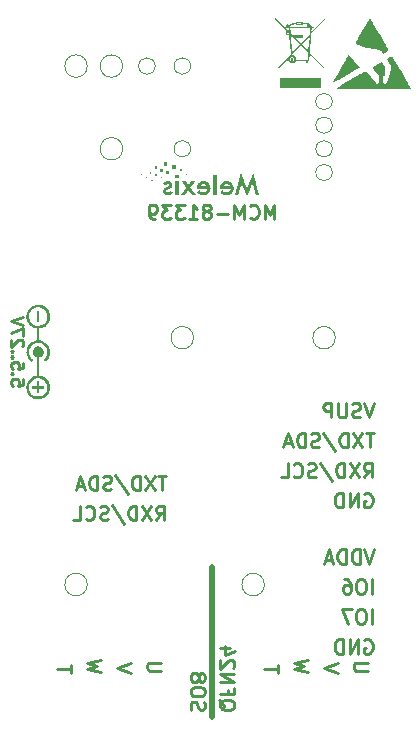
<source format=gbr>
%TF.GenerationSoftware,KiCad,Pcbnew,9.0.7-9.0.7~ubuntu24.04.1*%
%TF.CreationDate,2026-01-28T20:04:05+01:00*%
%TF.ProjectId,MCM-81339,4d434d2d-3831-4333-9339-2e6b69636164,rev?*%
%TF.SameCoordinates,Original*%
%TF.FileFunction,Legend,Bot*%
%TF.FilePolarity,Positive*%
%FSLAX46Y46*%
G04 Gerber Fmt 4.6, Leading zero omitted, Abs format (unit mm)*
G04 Created by KiCad (PCBNEW 9.0.7-9.0.7~ubuntu24.04.1) date 2026-01-28 20:04:05*
%MOMM*%
%LPD*%
G01*
G04 APERTURE LIST*
%ADD10C,0.500000*%
%ADD11C,0.250000*%
%ADD12C,0.120000*%
%ADD13C,0.010000*%
%ADD14C,0.000000*%
G04 APERTURE END LIST*
D10*
X78500000Y-91500000D02*
X78500000Y-104250000D01*
D11*
X69137857Y-100414098D02*
X67937857Y-100128384D01*
X67937857Y-100128384D02*
X68795000Y-99899812D01*
X68795000Y-99899812D02*
X67937857Y-99671241D01*
X67937857Y-99671241D02*
X69137857Y-99385527D01*
X91421241Y-97699285D02*
X91535527Y-97642142D01*
X91535527Y-97642142D02*
X91706955Y-97642142D01*
X91706955Y-97642142D02*
X91878384Y-97699285D01*
X91878384Y-97699285D02*
X91992669Y-97813571D01*
X91992669Y-97813571D02*
X92049812Y-97927857D01*
X92049812Y-97927857D02*
X92106955Y-98156428D01*
X92106955Y-98156428D02*
X92106955Y-98327857D01*
X92106955Y-98327857D02*
X92049812Y-98556428D01*
X92049812Y-98556428D02*
X91992669Y-98670714D01*
X91992669Y-98670714D02*
X91878384Y-98785000D01*
X91878384Y-98785000D02*
X91706955Y-98842142D01*
X91706955Y-98842142D02*
X91592669Y-98842142D01*
X91592669Y-98842142D02*
X91421241Y-98785000D01*
X91421241Y-98785000D02*
X91364098Y-98727857D01*
X91364098Y-98727857D02*
X91364098Y-98327857D01*
X91364098Y-98327857D02*
X91592669Y-98327857D01*
X90849812Y-98842142D02*
X90849812Y-97642142D01*
X90849812Y-97642142D02*
X90164098Y-98842142D01*
X90164098Y-98842142D02*
X90164098Y-97642142D01*
X89592669Y-98842142D02*
X89592669Y-97642142D01*
X89592669Y-97642142D02*
X89306955Y-97642142D01*
X89306955Y-97642142D02*
X89135526Y-97699285D01*
X89135526Y-97699285D02*
X89021241Y-97813571D01*
X89021241Y-97813571D02*
X88964098Y-97927857D01*
X88964098Y-97927857D02*
X88906955Y-98156428D01*
X88906955Y-98156428D02*
X88906955Y-98327857D01*
X88906955Y-98327857D02*
X88964098Y-98556428D01*
X88964098Y-98556428D02*
X89021241Y-98670714D01*
X89021241Y-98670714D02*
X89135526Y-98785000D01*
X89135526Y-98785000D02*
X89306955Y-98842142D01*
X89306955Y-98842142D02*
X89592669Y-98842142D01*
X74217857Y-100299812D02*
X73246428Y-100299812D01*
X73246428Y-100299812D02*
X73132142Y-100242669D01*
X73132142Y-100242669D02*
X73075000Y-100185527D01*
X73075000Y-100185527D02*
X73017857Y-100071241D01*
X73017857Y-100071241D02*
X73017857Y-99842669D01*
X73017857Y-99842669D02*
X73075000Y-99728384D01*
X73075000Y-99728384D02*
X73132142Y-99671241D01*
X73132142Y-99671241D02*
X73246428Y-99614098D01*
X73246428Y-99614098D02*
X74217857Y-99614098D01*
X71677857Y-100471241D02*
X70477857Y-100071241D01*
X70477857Y-100071241D02*
X71677857Y-99671241D01*
X91717857Y-100299812D02*
X90746428Y-100299812D01*
X90746428Y-100299812D02*
X90632142Y-100242669D01*
X90632142Y-100242669D02*
X90575000Y-100185527D01*
X90575000Y-100185527D02*
X90517857Y-100071241D01*
X90517857Y-100071241D02*
X90517857Y-99842669D01*
X90517857Y-99842669D02*
X90575000Y-99728384D01*
X90575000Y-99728384D02*
X90632142Y-99671241D01*
X90632142Y-99671241D02*
X90746428Y-99614098D01*
X90746428Y-99614098D02*
X91717857Y-99614098D01*
X92049812Y-93762142D02*
X92049812Y-92562142D01*
X91249812Y-92562142D02*
X91021240Y-92562142D01*
X91021240Y-92562142D02*
X90906955Y-92619285D01*
X90906955Y-92619285D02*
X90792669Y-92733571D01*
X90792669Y-92733571D02*
X90735526Y-92962142D01*
X90735526Y-92962142D02*
X90735526Y-93362142D01*
X90735526Y-93362142D02*
X90792669Y-93590714D01*
X90792669Y-93590714D02*
X90906955Y-93705000D01*
X90906955Y-93705000D02*
X91021240Y-93762142D01*
X91021240Y-93762142D02*
X91249812Y-93762142D01*
X91249812Y-93762142D02*
X91364098Y-93705000D01*
X91364098Y-93705000D02*
X91478383Y-93590714D01*
X91478383Y-93590714D02*
X91535526Y-93362142D01*
X91535526Y-93362142D02*
X91535526Y-92962142D01*
X91535526Y-92962142D02*
X91478383Y-92733571D01*
X91478383Y-92733571D02*
X91364098Y-92619285D01*
X91364098Y-92619285D02*
X91249812Y-92562142D01*
X89706955Y-92562142D02*
X89935526Y-92562142D01*
X89935526Y-92562142D02*
X90049812Y-92619285D01*
X90049812Y-92619285D02*
X90106955Y-92676428D01*
X90106955Y-92676428D02*
X90221240Y-92847857D01*
X90221240Y-92847857D02*
X90278383Y-93076428D01*
X90278383Y-93076428D02*
X90278383Y-93533571D01*
X90278383Y-93533571D02*
X90221240Y-93647857D01*
X90221240Y-93647857D02*
X90164097Y-93705000D01*
X90164097Y-93705000D02*
X90049812Y-93762142D01*
X90049812Y-93762142D02*
X89821240Y-93762142D01*
X89821240Y-93762142D02*
X89706955Y-93705000D01*
X89706955Y-93705000D02*
X89649812Y-93647857D01*
X89649812Y-93647857D02*
X89592669Y-93533571D01*
X89592669Y-93533571D02*
X89592669Y-93247857D01*
X89592669Y-93247857D02*
X89649812Y-93133571D01*
X89649812Y-93133571D02*
X89706955Y-93076428D01*
X89706955Y-93076428D02*
X89821240Y-93019285D01*
X89821240Y-93019285D02*
X90049812Y-93019285D01*
X90049812Y-93019285D02*
X90164097Y-93076428D01*
X90164097Y-93076428D02*
X90221240Y-93133571D01*
X90221240Y-93133571D02*
X90278383Y-93247857D01*
X79093571Y-102749812D02*
X79150714Y-102864098D01*
X79150714Y-102864098D02*
X79265000Y-102978384D01*
X79265000Y-102978384D02*
X79436428Y-103149812D01*
X79436428Y-103149812D02*
X79493571Y-103264098D01*
X79493571Y-103264098D02*
X79493571Y-103378384D01*
X79207857Y-103321241D02*
X79265000Y-103435527D01*
X79265000Y-103435527D02*
X79379285Y-103549812D01*
X79379285Y-103549812D02*
X79607857Y-103606955D01*
X79607857Y-103606955D02*
X80007857Y-103606955D01*
X80007857Y-103606955D02*
X80236428Y-103549812D01*
X80236428Y-103549812D02*
X80350714Y-103435527D01*
X80350714Y-103435527D02*
X80407857Y-103321241D01*
X80407857Y-103321241D02*
X80407857Y-103092669D01*
X80407857Y-103092669D02*
X80350714Y-102978384D01*
X80350714Y-102978384D02*
X80236428Y-102864098D01*
X80236428Y-102864098D02*
X80007857Y-102806955D01*
X80007857Y-102806955D02*
X79607857Y-102806955D01*
X79607857Y-102806955D02*
X79379285Y-102864098D01*
X79379285Y-102864098D02*
X79265000Y-102978384D01*
X79265000Y-102978384D02*
X79207857Y-103092669D01*
X79207857Y-103092669D02*
X79207857Y-103321241D01*
X79836428Y-101892669D02*
X79836428Y-102292669D01*
X79207857Y-102292669D02*
X80407857Y-102292669D01*
X80407857Y-102292669D02*
X80407857Y-101721241D01*
X79207857Y-101264098D02*
X80407857Y-101264098D01*
X80407857Y-101264098D02*
X79207857Y-100578384D01*
X79207857Y-100578384D02*
X80407857Y-100578384D01*
X80293571Y-100064098D02*
X80350714Y-100006955D01*
X80350714Y-100006955D02*
X80407857Y-99892670D01*
X80407857Y-99892670D02*
X80407857Y-99606955D01*
X80407857Y-99606955D02*
X80350714Y-99492670D01*
X80350714Y-99492670D02*
X80293571Y-99435527D01*
X80293571Y-99435527D02*
X80179285Y-99378384D01*
X80179285Y-99378384D02*
X80065000Y-99378384D01*
X80065000Y-99378384D02*
X79893571Y-99435527D01*
X79893571Y-99435527D02*
X79207857Y-100121241D01*
X79207857Y-100121241D02*
X79207857Y-99378384D01*
X80007857Y-98349813D02*
X79207857Y-98349813D01*
X80465000Y-98635527D02*
X79607857Y-98921241D01*
X79607857Y-98921241D02*
X79607857Y-98178384D01*
X92221241Y-90022142D02*
X91821241Y-91222142D01*
X91821241Y-91222142D02*
X91421241Y-90022142D01*
X91021241Y-91222142D02*
X91021241Y-90022142D01*
X91021241Y-90022142D02*
X90735527Y-90022142D01*
X90735527Y-90022142D02*
X90564098Y-90079285D01*
X90564098Y-90079285D02*
X90449813Y-90193571D01*
X90449813Y-90193571D02*
X90392670Y-90307857D01*
X90392670Y-90307857D02*
X90335527Y-90536428D01*
X90335527Y-90536428D02*
X90335527Y-90707857D01*
X90335527Y-90707857D02*
X90392670Y-90936428D01*
X90392670Y-90936428D02*
X90449813Y-91050714D01*
X90449813Y-91050714D02*
X90564098Y-91165000D01*
X90564098Y-91165000D02*
X90735527Y-91222142D01*
X90735527Y-91222142D02*
X91021241Y-91222142D01*
X89821241Y-91222142D02*
X89821241Y-90022142D01*
X89821241Y-90022142D02*
X89535527Y-90022142D01*
X89535527Y-90022142D02*
X89364098Y-90079285D01*
X89364098Y-90079285D02*
X89249813Y-90193571D01*
X89249813Y-90193571D02*
X89192670Y-90307857D01*
X89192670Y-90307857D02*
X89135527Y-90536428D01*
X89135527Y-90536428D02*
X89135527Y-90707857D01*
X89135527Y-90707857D02*
X89192670Y-90936428D01*
X89192670Y-90936428D02*
X89249813Y-91050714D01*
X89249813Y-91050714D02*
X89364098Y-91165000D01*
X89364098Y-91165000D02*
X89535527Y-91222142D01*
X89535527Y-91222142D02*
X89821241Y-91222142D01*
X88678384Y-90879285D02*
X88106956Y-90879285D01*
X88792670Y-91222142D02*
X88392670Y-90022142D01*
X88392670Y-90022142D02*
X87992670Y-91222142D01*
X62535380Y-75633332D02*
X62535380Y-76109522D01*
X62535380Y-76109522D02*
X62059190Y-76157141D01*
X62059190Y-76157141D02*
X62106809Y-76109522D01*
X62106809Y-76109522D02*
X62154428Y-76014284D01*
X62154428Y-76014284D02*
X62154428Y-75776189D01*
X62154428Y-75776189D02*
X62106809Y-75680951D01*
X62106809Y-75680951D02*
X62059190Y-75633332D01*
X62059190Y-75633332D02*
X61963952Y-75585713D01*
X61963952Y-75585713D02*
X61725857Y-75585713D01*
X61725857Y-75585713D02*
X61630619Y-75633332D01*
X61630619Y-75633332D02*
X61583000Y-75680951D01*
X61583000Y-75680951D02*
X61535380Y-75776189D01*
X61535380Y-75776189D02*
X61535380Y-76014284D01*
X61535380Y-76014284D02*
X61583000Y-76109522D01*
X61583000Y-76109522D02*
X61630619Y-76157141D01*
X61630619Y-75157141D02*
X61583000Y-75109522D01*
X61583000Y-75109522D02*
X61535380Y-75157141D01*
X61535380Y-75157141D02*
X61583000Y-75204760D01*
X61583000Y-75204760D02*
X61630619Y-75157141D01*
X61630619Y-75157141D02*
X61535380Y-75157141D01*
X62535380Y-74204761D02*
X62535380Y-74680951D01*
X62535380Y-74680951D02*
X62059190Y-74728570D01*
X62059190Y-74728570D02*
X62106809Y-74680951D01*
X62106809Y-74680951D02*
X62154428Y-74585713D01*
X62154428Y-74585713D02*
X62154428Y-74347618D01*
X62154428Y-74347618D02*
X62106809Y-74252380D01*
X62106809Y-74252380D02*
X62059190Y-74204761D01*
X62059190Y-74204761D02*
X61963952Y-74157142D01*
X61963952Y-74157142D02*
X61725857Y-74157142D01*
X61725857Y-74157142D02*
X61630619Y-74204761D01*
X61630619Y-74204761D02*
X61583000Y-74252380D01*
X61583000Y-74252380D02*
X61535380Y-74347618D01*
X61535380Y-74347618D02*
X61535380Y-74585713D01*
X61535380Y-74585713D02*
X61583000Y-74680951D01*
X61583000Y-74680951D02*
X61630619Y-74728570D01*
X61630619Y-73728570D02*
X61583000Y-73680951D01*
X61583000Y-73680951D02*
X61535380Y-73728570D01*
X61535380Y-73728570D02*
X61583000Y-73776189D01*
X61583000Y-73776189D02*
X61630619Y-73728570D01*
X61630619Y-73728570D02*
X61535380Y-73728570D01*
X61630619Y-73252380D02*
X61583000Y-73204761D01*
X61583000Y-73204761D02*
X61535380Y-73252380D01*
X61535380Y-73252380D02*
X61583000Y-73299999D01*
X61583000Y-73299999D02*
X61630619Y-73252380D01*
X61630619Y-73252380D02*
X61535380Y-73252380D01*
X62440142Y-72823809D02*
X62487761Y-72776190D01*
X62487761Y-72776190D02*
X62535380Y-72680952D01*
X62535380Y-72680952D02*
X62535380Y-72442857D01*
X62535380Y-72442857D02*
X62487761Y-72347619D01*
X62487761Y-72347619D02*
X62440142Y-72300000D01*
X62440142Y-72300000D02*
X62344904Y-72252381D01*
X62344904Y-72252381D02*
X62249666Y-72252381D01*
X62249666Y-72252381D02*
X62106809Y-72300000D01*
X62106809Y-72300000D02*
X61535380Y-72871428D01*
X61535380Y-72871428D02*
X61535380Y-72252381D01*
X62535380Y-71919047D02*
X62535380Y-71252381D01*
X62535380Y-71252381D02*
X61535380Y-71680952D01*
X62535380Y-71014285D02*
X61535380Y-70680952D01*
X61535380Y-70680952D02*
X62535380Y-70347619D01*
X66597857Y-100471241D02*
X66597857Y-99785527D01*
X65397857Y-100128384D02*
X66597857Y-100128384D01*
X92221241Y-77642142D02*
X91821241Y-78842142D01*
X91821241Y-78842142D02*
X91421241Y-77642142D01*
X91078384Y-78785000D02*
X90906956Y-78842142D01*
X90906956Y-78842142D02*
X90621241Y-78842142D01*
X90621241Y-78842142D02*
X90506956Y-78785000D01*
X90506956Y-78785000D02*
X90449813Y-78727857D01*
X90449813Y-78727857D02*
X90392670Y-78613571D01*
X90392670Y-78613571D02*
X90392670Y-78499285D01*
X90392670Y-78499285D02*
X90449813Y-78385000D01*
X90449813Y-78385000D02*
X90506956Y-78327857D01*
X90506956Y-78327857D02*
X90621241Y-78270714D01*
X90621241Y-78270714D02*
X90849813Y-78213571D01*
X90849813Y-78213571D02*
X90964098Y-78156428D01*
X90964098Y-78156428D02*
X91021241Y-78099285D01*
X91021241Y-78099285D02*
X91078384Y-77985000D01*
X91078384Y-77985000D02*
X91078384Y-77870714D01*
X91078384Y-77870714D02*
X91021241Y-77756428D01*
X91021241Y-77756428D02*
X90964098Y-77699285D01*
X90964098Y-77699285D02*
X90849813Y-77642142D01*
X90849813Y-77642142D02*
X90564098Y-77642142D01*
X90564098Y-77642142D02*
X90392670Y-77699285D01*
X89878384Y-77642142D02*
X89878384Y-78613571D01*
X89878384Y-78613571D02*
X89821241Y-78727857D01*
X89821241Y-78727857D02*
X89764099Y-78785000D01*
X89764099Y-78785000D02*
X89649813Y-78842142D01*
X89649813Y-78842142D02*
X89421241Y-78842142D01*
X89421241Y-78842142D02*
X89306956Y-78785000D01*
X89306956Y-78785000D02*
X89249813Y-78727857D01*
X89249813Y-78727857D02*
X89192670Y-78613571D01*
X89192670Y-78613571D02*
X89192670Y-77642142D01*
X88621241Y-78842142D02*
X88621241Y-77642142D01*
X88621241Y-77642142D02*
X88164098Y-77642142D01*
X88164098Y-77642142D02*
X88049813Y-77699285D01*
X88049813Y-77699285D02*
X87992670Y-77756428D01*
X87992670Y-77756428D02*
X87935527Y-77870714D01*
X87935527Y-77870714D02*
X87935527Y-78042142D01*
X87935527Y-78042142D02*
X87992670Y-78156428D01*
X87992670Y-78156428D02*
X88049813Y-78213571D01*
X88049813Y-78213571D02*
X88164098Y-78270714D01*
X88164098Y-78270714D02*
X88621241Y-78270714D01*
X92049812Y-96302142D02*
X92049812Y-95102142D01*
X91249812Y-95102142D02*
X91021240Y-95102142D01*
X91021240Y-95102142D02*
X90906955Y-95159285D01*
X90906955Y-95159285D02*
X90792669Y-95273571D01*
X90792669Y-95273571D02*
X90735526Y-95502142D01*
X90735526Y-95502142D02*
X90735526Y-95902142D01*
X90735526Y-95902142D02*
X90792669Y-96130714D01*
X90792669Y-96130714D02*
X90906955Y-96245000D01*
X90906955Y-96245000D02*
X91021240Y-96302142D01*
X91021240Y-96302142D02*
X91249812Y-96302142D01*
X91249812Y-96302142D02*
X91364098Y-96245000D01*
X91364098Y-96245000D02*
X91478383Y-96130714D01*
X91478383Y-96130714D02*
X91535526Y-95902142D01*
X91535526Y-95902142D02*
X91535526Y-95502142D01*
X91535526Y-95502142D02*
X91478383Y-95273571D01*
X91478383Y-95273571D02*
X91364098Y-95159285D01*
X91364098Y-95159285D02*
X91249812Y-95102142D01*
X90335526Y-95102142D02*
X89535526Y-95102142D01*
X89535526Y-95102142D02*
X90049812Y-96302142D01*
X76765000Y-103606955D02*
X76707857Y-103435527D01*
X76707857Y-103435527D02*
X76707857Y-103149812D01*
X76707857Y-103149812D02*
X76765000Y-103035527D01*
X76765000Y-103035527D02*
X76822142Y-102978384D01*
X76822142Y-102978384D02*
X76936428Y-102921241D01*
X76936428Y-102921241D02*
X77050714Y-102921241D01*
X77050714Y-102921241D02*
X77165000Y-102978384D01*
X77165000Y-102978384D02*
X77222142Y-103035527D01*
X77222142Y-103035527D02*
X77279285Y-103149812D01*
X77279285Y-103149812D02*
X77336428Y-103378384D01*
X77336428Y-103378384D02*
X77393571Y-103492669D01*
X77393571Y-103492669D02*
X77450714Y-103549812D01*
X77450714Y-103549812D02*
X77565000Y-103606955D01*
X77565000Y-103606955D02*
X77679285Y-103606955D01*
X77679285Y-103606955D02*
X77793571Y-103549812D01*
X77793571Y-103549812D02*
X77850714Y-103492669D01*
X77850714Y-103492669D02*
X77907857Y-103378384D01*
X77907857Y-103378384D02*
X77907857Y-103092669D01*
X77907857Y-103092669D02*
X77850714Y-102921241D01*
X77907857Y-102178384D02*
X77907857Y-101949812D01*
X77907857Y-101949812D02*
X77850714Y-101835527D01*
X77850714Y-101835527D02*
X77736428Y-101721241D01*
X77736428Y-101721241D02*
X77507857Y-101664098D01*
X77507857Y-101664098D02*
X77107857Y-101664098D01*
X77107857Y-101664098D02*
X76879285Y-101721241D01*
X76879285Y-101721241D02*
X76765000Y-101835527D01*
X76765000Y-101835527D02*
X76707857Y-101949812D01*
X76707857Y-101949812D02*
X76707857Y-102178384D01*
X76707857Y-102178384D02*
X76765000Y-102292670D01*
X76765000Y-102292670D02*
X76879285Y-102406955D01*
X76879285Y-102406955D02*
X77107857Y-102464098D01*
X77107857Y-102464098D02*
X77507857Y-102464098D01*
X77507857Y-102464098D02*
X77736428Y-102406955D01*
X77736428Y-102406955D02*
X77850714Y-102292670D01*
X77850714Y-102292670D02*
X77907857Y-102178384D01*
X77393571Y-100978384D02*
X77450714Y-101092669D01*
X77450714Y-101092669D02*
X77507857Y-101149812D01*
X77507857Y-101149812D02*
X77622142Y-101206955D01*
X77622142Y-101206955D02*
X77679285Y-101206955D01*
X77679285Y-101206955D02*
X77793571Y-101149812D01*
X77793571Y-101149812D02*
X77850714Y-101092669D01*
X77850714Y-101092669D02*
X77907857Y-100978384D01*
X77907857Y-100978384D02*
X77907857Y-100749812D01*
X77907857Y-100749812D02*
X77850714Y-100635527D01*
X77850714Y-100635527D02*
X77793571Y-100578384D01*
X77793571Y-100578384D02*
X77679285Y-100521241D01*
X77679285Y-100521241D02*
X77622142Y-100521241D01*
X77622142Y-100521241D02*
X77507857Y-100578384D01*
X77507857Y-100578384D02*
X77450714Y-100635527D01*
X77450714Y-100635527D02*
X77393571Y-100749812D01*
X77393571Y-100749812D02*
X77393571Y-100978384D01*
X77393571Y-100978384D02*
X77336428Y-101092669D01*
X77336428Y-101092669D02*
X77279285Y-101149812D01*
X77279285Y-101149812D02*
X77165000Y-101206955D01*
X77165000Y-101206955D02*
X76936428Y-101206955D01*
X76936428Y-101206955D02*
X76822142Y-101149812D01*
X76822142Y-101149812D02*
X76765000Y-101092669D01*
X76765000Y-101092669D02*
X76707857Y-100978384D01*
X76707857Y-100978384D02*
X76707857Y-100749812D01*
X76707857Y-100749812D02*
X76765000Y-100635527D01*
X76765000Y-100635527D02*
X76822142Y-100578384D01*
X76822142Y-100578384D02*
X76936428Y-100521241D01*
X76936428Y-100521241D02*
X77165000Y-100521241D01*
X77165000Y-100521241D02*
X77279285Y-100578384D01*
X77279285Y-100578384D02*
X77336428Y-100635527D01*
X77336428Y-100635527D02*
X77393571Y-100749812D01*
X83785713Y-62042142D02*
X83785713Y-60842142D01*
X83785713Y-60842142D02*
X83385713Y-61699285D01*
X83385713Y-61699285D02*
X82985713Y-60842142D01*
X82985713Y-60842142D02*
X82985713Y-62042142D01*
X81728570Y-61927857D02*
X81785713Y-61985000D01*
X81785713Y-61985000D02*
X81957141Y-62042142D01*
X81957141Y-62042142D02*
X82071427Y-62042142D01*
X82071427Y-62042142D02*
X82242856Y-61985000D01*
X82242856Y-61985000D02*
X82357141Y-61870714D01*
X82357141Y-61870714D02*
X82414284Y-61756428D01*
X82414284Y-61756428D02*
X82471427Y-61527857D01*
X82471427Y-61527857D02*
X82471427Y-61356428D01*
X82471427Y-61356428D02*
X82414284Y-61127857D01*
X82414284Y-61127857D02*
X82357141Y-61013571D01*
X82357141Y-61013571D02*
X82242856Y-60899285D01*
X82242856Y-60899285D02*
X82071427Y-60842142D01*
X82071427Y-60842142D02*
X81957141Y-60842142D01*
X81957141Y-60842142D02*
X81785713Y-60899285D01*
X81785713Y-60899285D02*
X81728570Y-60956428D01*
X81214284Y-62042142D02*
X81214284Y-60842142D01*
X81214284Y-60842142D02*
X80814284Y-61699285D01*
X80814284Y-61699285D02*
X80414284Y-60842142D01*
X80414284Y-60842142D02*
X80414284Y-62042142D01*
X79842855Y-61585000D02*
X78928570Y-61585000D01*
X78185713Y-61356428D02*
X78299998Y-61299285D01*
X78299998Y-61299285D02*
X78357141Y-61242142D01*
X78357141Y-61242142D02*
X78414284Y-61127857D01*
X78414284Y-61127857D02*
X78414284Y-61070714D01*
X78414284Y-61070714D02*
X78357141Y-60956428D01*
X78357141Y-60956428D02*
X78299998Y-60899285D01*
X78299998Y-60899285D02*
X78185713Y-60842142D01*
X78185713Y-60842142D02*
X77957141Y-60842142D01*
X77957141Y-60842142D02*
X77842856Y-60899285D01*
X77842856Y-60899285D02*
X77785713Y-60956428D01*
X77785713Y-60956428D02*
X77728570Y-61070714D01*
X77728570Y-61070714D02*
X77728570Y-61127857D01*
X77728570Y-61127857D02*
X77785713Y-61242142D01*
X77785713Y-61242142D02*
X77842856Y-61299285D01*
X77842856Y-61299285D02*
X77957141Y-61356428D01*
X77957141Y-61356428D02*
X78185713Y-61356428D01*
X78185713Y-61356428D02*
X78299998Y-61413571D01*
X78299998Y-61413571D02*
X78357141Y-61470714D01*
X78357141Y-61470714D02*
X78414284Y-61585000D01*
X78414284Y-61585000D02*
X78414284Y-61813571D01*
X78414284Y-61813571D02*
X78357141Y-61927857D01*
X78357141Y-61927857D02*
X78299998Y-61985000D01*
X78299998Y-61985000D02*
X78185713Y-62042142D01*
X78185713Y-62042142D02*
X77957141Y-62042142D01*
X77957141Y-62042142D02*
X77842856Y-61985000D01*
X77842856Y-61985000D02*
X77785713Y-61927857D01*
X77785713Y-61927857D02*
X77728570Y-61813571D01*
X77728570Y-61813571D02*
X77728570Y-61585000D01*
X77728570Y-61585000D02*
X77785713Y-61470714D01*
X77785713Y-61470714D02*
X77842856Y-61413571D01*
X77842856Y-61413571D02*
X77957141Y-61356428D01*
X76585713Y-62042142D02*
X77271427Y-62042142D01*
X76928570Y-62042142D02*
X76928570Y-60842142D01*
X76928570Y-60842142D02*
X77042856Y-61013571D01*
X77042856Y-61013571D02*
X77157141Y-61127857D01*
X77157141Y-61127857D02*
X77271427Y-61185000D01*
X76185713Y-60842142D02*
X75442856Y-60842142D01*
X75442856Y-60842142D02*
X75842856Y-61299285D01*
X75842856Y-61299285D02*
X75671427Y-61299285D01*
X75671427Y-61299285D02*
X75557142Y-61356428D01*
X75557142Y-61356428D02*
X75499999Y-61413571D01*
X75499999Y-61413571D02*
X75442856Y-61527857D01*
X75442856Y-61527857D02*
X75442856Y-61813571D01*
X75442856Y-61813571D02*
X75499999Y-61927857D01*
X75499999Y-61927857D02*
X75557142Y-61985000D01*
X75557142Y-61985000D02*
X75671427Y-62042142D01*
X75671427Y-62042142D02*
X76014284Y-62042142D01*
X76014284Y-62042142D02*
X76128570Y-61985000D01*
X76128570Y-61985000D02*
X76185713Y-61927857D01*
X75042856Y-60842142D02*
X74299999Y-60842142D01*
X74299999Y-60842142D02*
X74699999Y-61299285D01*
X74699999Y-61299285D02*
X74528570Y-61299285D01*
X74528570Y-61299285D02*
X74414285Y-61356428D01*
X74414285Y-61356428D02*
X74357142Y-61413571D01*
X74357142Y-61413571D02*
X74299999Y-61527857D01*
X74299999Y-61527857D02*
X74299999Y-61813571D01*
X74299999Y-61813571D02*
X74357142Y-61927857D01*
X74357142Y-61927857D02*
X74414285Y-61985000D01*
X74414285Y-61985000D02*
X74528570Y-62042142D01*
X74528570Y-62042142D02*
X74871427Y-62042142D01*
X74871427Y-62042142D02*
X74985713Y-61985000D01*
X74985713Y-61985000D02*
X75042856Y-61927857D01*
X73728570Y-62042142D02*
X73499999Y-62042142D01*
X73499999Y-62042142D02*
X73385713Y-61985000D01*
X73385713Y-61985000D02*
X73328570Y-61927857D01*
X73328570Y-61927857D02*
X73214285Y-61756428D01*
X73214285Y-61756428D02*
X73157142Y-61527857D01*
X73157142Y-61527857D02*
X73157142Y-61070714D01*
X73157142Y-61070714D02*
X73214285Y-60956428D01*
X73214285Y-60956428D02*
X73271428Y-60899285D01*
X73271428Y-60899285D02*
X73385713Y-60842142D01*
X73385713Y-60842142D02*
X73614285Y-60842142D01*
X73614285Y-60842142D02*
X73728570Y-60899285D01*
X73728570Y-60899285D02*
X73785713Y-60956428D01*
X73785713Y-60956428D02*
X73842856Y-61070714D01*
X73842856Y-61070714D02*
X73842856Y-61356428D01*
X73842856Y-61356428D02*
X73785713Y-61470714D01*
X73785713Y-61470714D02*
X73728570Y-61527857D01*
X73728570Y-61527857D02*
X73614285Y-61585000D01*
X73614285Y-61585000D02*
X73385713Y-61585000D01*
X73385713Y-61585000D02*
X73271428Y-61527857D01*
X73271428Y-61527857D02*
X73214285Y-61470714D01*
X73214285Y-61470714D02*
X73157142Y-61356428D01*
X92221241Y-80182142D02*
X91535527Y-80182142D01*
X91878384Y-81382142D02*
X91878384Y-80182142D01*
X91249812Y-80182142D02*
X90449812Y-81382142D01*
X90449812Y-80182142D02*
X91249812Y-81382142D01*
X89992669Y-81382142D02*
X89992669Y-80182142D01*
X89992669Y-80182142D02*
X89706955Y-80182142D01*
X89706955Y-80182142D02*
X89535526Y-80239285D01*
X89535526Y-80239285D02*
X89421241Y-80353571D01*
X89421241Y-80353571D02*
X89364098Y-80467857D01*
X89364098Y-80467857D02*
X89306955Y-80696428D01*
X89306955Y-80696428D02*
X89306955Y-80867857D01*
X89306955Y-80867857D02*
X89364098Y-81096428D01*
X89364098Y-81096428D02*
X89421241Y-81210714D01*
X89421241Y-81210714D02*
X89535526Y-81325000D01*
X89535526Y-81325000D02*
X89706955Y-81382142D01*
X89706955Y-81382142D02*
X89992669Y-81382142D01*
X87935526Y-80125000D02*
X88964098Y-81667857D01*
X87592669Y-81325000D02*
X87421241Y-81382142D01*
X87421241Y-81382142D02*
X87135526Y-81382142D01*
X87135526Y-81382142D02*
X87021241Y-81325000D01*
X87021241Y-81325000D02*
X86964098Y-81267857D01*
X86964098Y-81267857D02*
X86906955Y-81153571D01*
X86906955Y-81153571D02*
X86906955Y-81039285D01*
X86906955Y-81039285D02*
X86964098Y-80925000D01*
X86964098Y-80925000D02*
X87021241Y-80867857D01*
X87021241Y-80867857D02*
X87135526Y-80810714D01*
X87135526Y-80810714D02*
X87364098Y-80753571D01*
X87364098Y-80753571D02*
X87478383Y-80696428D01*
X87478383Y-80696428D02*
X87535526Y-80639285D01*
X87535526Y-80639285D02*
X87592669Y-80525000D01*
X87592669Y-80525000D02*
X87592669Y-80410714D01*
X87592669Y-80410714D02*
X87535526Y-80296428D01*
X87535526Y-80296428D02*
X87478383Y-80239285D01*
X87478383Y-80239285D02*
X87364098Y-80182142D01*
X87364098Y-80182142D02*
X87078383Y-80182142D01*
X87078383Y-80182142D02*
X86906955Y-80239285D01*
X86392669Y-81382142D02*
X86392669Y-80182142D01*
X86392669Y-80182142D02*
X86106955Y-80182142D01*
X86106955Y-80182142D02*
X85935526Y-80239285D01*
X85935526Y-80239285D02*
X85821241Y-80353571D01*
X85821241Y-80353571D02*
X85764098Y-80467857D01*
X85764098Y-80467857D02*
X85706955Y-80696428D01*
X85706955Y-80696428D02*
X85706955Y-80867857D01*
X85706955Y-80867857D02*
X85764098Y-81096428D01*
X85764098Y-81096428D02*
X85821241Y-81210714D01*
X85821241Y-81210714D02*
X85935526Y-81325000D01*
X85935526Y-81325000D02*
X86106955Y-81382142D01*
X86106955Y-81382142D02*
X86392669Y-81382142D01*
X85249812Y-81039285D02*
X84678384Y-81039285D01*
X85364098Y-81382142D02*
X84964098Y-80182142D01*
X84964098Y-80182142D02*
X84564098Y-81382142D01*
X91364098Y-83922142D02*
X91764098Y-83350714D01*
X92049812Y-83922142D02*
X92049812Y-82722142D01*
X92049812Y-82722142D02*
X91592669Y-82722142D01*
X91592669Y-82722142D02*
X91478384Y-82779285D01*
X91478384Y-82779285D02*
X91421241Y-82836428D01*
X91421241Y-82836428D02*
X91364098Y-82950714D01*
X91364098Y-82950714D02*
X91364098Y-83122142D01*
X91364098Y-83122142D02*
X91421241Y-83236428D01*
X91421241Y-83236428D02*
X91478384Y-83293571D01*
X91478384Y-83293571D02*
X91592669Y-83350714D01*
X91592669Y-83350714D02*
X92049812Y-83350714D01*
X90964098Y-82722142D02*
X90164098Y-83922142D01*
X90164098Y-82722142D02*
X90964098Y-83922142D01*
X89706955Y-83922142D02*
X89706955Y-82722142D01*
X89706955Y-82722142D02*
X89421241Y-82722142D01*
X89421241Y-82722142D02*
X89249812Y-82779285D01*
X89249812Y-82779285D02*
X89135527Y-82893571D01*
X89135527Y-82893571D02*
X89078384Y-83007857D01*
X89078384Y-83007857D02*
X89021241Y-83236428D01*
X89021241Y-83236428D02*
X89021241Y-83407857D01*
X89021241Y-83407857D02*
X89078384Y-83636428D01*
X89078384Y-83636428D02*
X89135527Y-83750714D01*
X89135527Y-83750714D02*
X89249812Y-83865000D01*
X89249812Y-83865000D02*
X89421241Y-83922142D01*
X89421241Y-83922142D02*
X89706955Y-83922142D01*
X87649812Y-82665000D02*
X88678384Y-84207857D01*
X87306955Y-83865000D02*
X87135527Y-83922142D01*
X87135527Y-83922142D02*
X86849812Y-83922142D01*
X86849812Y-83922142D02*
X86735527Y-83865000D01*
X86735527Y-83865000D02*
X86678384Y-83807857D01*
X86678384Y-83807857D02*
X86621241Y-83693571D01*
X86621241Y-83693571D02*
X86621241Y-83579285D01*
X86621241Y-83579285D02*
X86678384Y-83465000D01*
X86678384Y-83465000D02*
X86735527Y-83407857D01*
X86735527Y-83407857D02*
X86849812Y-83350714D01*
X86849812Y-83350714D02*
X87078384Y-83293571D01*
X87078384Y-83293571D02*
X87192669Y-83236428D01*
X87192669Y-83236428D02*
X87249812Y-83179285D01*
X87249812Y-83179285D02*
X87306955Y-83065000D01*
X87306955Y-83065000D02*
X87306955Y-82950714D01*
X87306955Y-82950714D02*
X87249812Y-82836428D01*
X87249812Y-82836428D02*
X87192669Y-82779285D01*
X87192669Y-82779285D02*
X87078384Y-82722142D01*
X87078384Y-82722142D02*
X86792669Y-82722142D01*
X86792669Y-82722142D02*
X86621241Y-82779285D01*
X85421241Y-83807857D02*
X85478384Y-83865000D01*
X85478384Y-83865000D02*
X85649812Y-83922142D01*
X85649812Y-83922142D02*
X85764098Y-83922142D01*
X85764098Y-83922142D02*
X85935527Y-83865000D01*
X85935527Y-83865000D02*
X86049812Y-83750714D01*
X86049812Y-83750714D02*
X86106955Y-83636428D01*
X86106955Y-83636428D02*
X86164098Y-83407857D01*
X86164098Y-83407857D02*
X86164098Y-83236428D01*
X86164098Y-83236428D02*
X86106955Y-83007857D01*
X86106955Y-83007857D02*
X86049812Y-82893571D01*
X86049812Y-82893571D02*
X85935527Y-82779285D01*
X85935527Y-82779285D02*
X85764098Y-82722142D01*
X85764098Y-82722142D02*
X85649812Y-82722142D01*
X85649812Y-82722142D02*
X85478384Y-82779285D01*
X85478384Y-82779285D02*
X85421241Y-82836428D01*
X84335527Y-83922142D02*
X84906955Y-83922142D01*
X84906955Y-83922142D02*
X84906955Y-82722142D01*
X91421241Y-85319285D02*
X91535527Y-85262142D01*
X91535527Y-85262142D02*
X91706955Y-85262142D01*
X91706955Y-85262142D02*
X91878384Y-85319285D01*
X91878384Y-85319285D02*
X91992669Y-85433571D01*
X91992669Y-85433571D02*
X92049812Y-85547857D01*
X92049812Y-85547857D02*
X92106955Y-85776428D01*
X92106955Y-85776428D02*
X92106955Y-85947857D01*
X92106955Y-85947857D02*
X92049812Y-86176428D01*
X92049812Y-86176428D02*
X91992669Y-86290714D01*
X91992669Y-86290714D02*
X91878384Y-86405000D01*
X91878384Y-86405000D02*
X91706955Y-86462142D01*
X91706955Y-86462142D02*
X91592669Y-86462142D01*
X91592669Y-86462142D02*
X91421241Y-86405000D01*
X91421241Y-86405000D02*
X91364098Y-86347857D01*
X91364098Y-86347857D02*
X91364098Y-85947857D01*
X91364098Y-85947857D02*
X91592669Y-85947857D01*
X90849812Y-86462142D02*
X90849812Y-85262142D01*
X90849812Y-85262142D02*
X90164098Y-86462142D01*
X90164098Y-86462142D02*
X90164098Y-85262142D01*
X89592669Y-86462142D02*
X89592669Y-85262142D01*
X89592669Y-85262142D02*
X89306955Y-85262142D01*
X89306955Y-85262142D02*
X89135526Y-85319285D01*
X89135526Y-85319285D02*
X89021241Y-85433571D01*
X89021241Y-85433571D02*
X88964098Y-85547857D01*
X88964098Y-85547857D02*
X88906955Y-85776428D01*
X88906955Y-85776428D02*
X88906955Y-85947857D01*
X88906955Y-85947857D02*
X88964098Y-86176428D01*
X88964098Y-86176428D02*
X89021241Y-86290714D01*
X89021241Y-86290714D02*
X89135526Y-86405000D01*
X89135526Y-86405000D02*
X89306955Y-86462142D01*
X89306955Y-86462142D02*
X89592669Y-86462142D01*
X73764098Y-87542142D02*
X74164098Y-86970714D01*
X74449812Y-87542142D02*
X74449812Y-86342142D01*
X74449812Y-86342142D02*
X73992669Y-86342142D01*
X73992669Y-86342142D02*
X73878384Y-86399285D01*
X73878384Y-86399285D02*
X73821241Y-86456428D01*
X73821241Y-86456428D02*
X73764098Y-86570714D01*
X73764098Y-86570714D02*
X73764098Y-86742142D01*
X73764098Y-86742142D02*
X73821241Y-86856428D01*
X73821241Y-86856428D02*
X73878384Y-86913571D01*
X73878384Y-86913571D02*
X73992669Y-86970714D01*
X73992669Y-86970714D02*
X74449812Y-86970714D01*
X73364098Y-86342142D02*
X72564098Y-87542142D01*
X72564098Y-86342142D02*
X73364098Y-87542142D01*
X72106955Y-87542142D02*
X72106955Y-86342142D01*
X72106955Y-86342142D02*
X71821241Y-86342142D01*
X71821241Y-86342142D02*
X71649812Y-86399285D01*
X71649812Y-86399285D02*
X71535527Y-86513571D01*
X71535527Y-86513571D02*
X71478384Y-86627857D01*
X71478384Y-86627857D02*
X71421241Y-86856428D01*
X71421241Y-86856428D02*
X71421241Y-87027857D01*
X71421241Y-87027857D02*
X71478384Y-87256428D01*
X71478384Y-87256428D02*
X71535527Y-87370714D01*
X71535527Y-87370714D02*
X71649812Y-87485000D01*
X71649812Y-87485000D02*
X71821241Y-87542142D01*
X71821241Y-87542142D02*
X72106955Y-87542142D01*
X70049812Y-86285000D02*
X71078384Y-87827857D01*
X69706955Y-87485000D02*
X69535527Y-87542142D01*
X69535527Y-87542142D02*
X69249812Y-87542142D01*
X69249812Y-87542142D02*
X69135527Y-87485000D01*
X69135527Y-87485000D02*
X69078384Y-87427857D01*
X69078384Y-87427857D02*
X69021241Y-87313571D01*
X69021241Y-87313571D02*
X69021241Y-87199285D01*
X69021241Y-87199285D02*
X69078384Y-87085000D01*
X69078384Y-87085000D02*
X69135527Y-87027857D01*
X69135527Y-87027857D02*
X69249812Y-86970714D01*
X69249812Y-86970714D02*
X69478384Y-86913571D01*
X69478384Y-86913571D02*
X69592669Y-86856428D01*
X69592669Y-86856428D02*
X69649812Y-86799285D01*
X69649812Y-86799285D02*
X69706955Y-86685000D01*
X69706955Y-86685000D02*
X69706955Y-86570714D01*
X69706955Y-86570714D02*
X69649812Y-86456428D01*
X69649812Y-86456428D02*
X69592669Y-86399285D01*
X69592669Y-86399285D02*
X69478384Y-86342142D01*
X69478384Y-86342142D02*
X69192669Y-86342142D01*
X69192669Y-86342142D02*
X69021241Y-86399285D01*
X67821241Y-87427857D02*
X67878384Y-87485000D01*
X67878384Y-87485000D02*
X68049812Y-87542142D01*
X68049812Y-87542142D02*
X68164098Y-87542142D01*
X68164098Y-87542142D02*
X68335527Y-87485000D01*
X68335527Y-87485000D02*
X68449812Y-87370714D01*
X68449812Y-87370714D02*
X68506955Y-87256428D01*
X68506955Y-87256428D02*
X68564098Y-87027857D01*
X68564098Y-87027857D02*
X68564098Y-86856428D01*
X68564098Y-86856428D02*
X68506955Y-86627857D01*
X68506955Y-86627857D02*
X68449812Y-86513571D01*
X68449812Y-86513571D02*
X68335527Y-86399285D01*
X68335527Y-86399285D02*
X68164098Y-86342142D01*
X68164098Y-86342142D02*
X68049812Y-86342142D01*
X68049812Y-86342142D02*
X67878384Y-86399285D01*
X67878384Y-86399285D02*
X67821241Y-86456428D01*
X66735527Y-87542142D02*
X67306955Y-87542142D01*
X67306955Y-87542142D02*
X67306955Y-86342142D01*
X89177857Y-100471241D02*
X87977857Y-100071241D01*
X87977857Y-100071241D02*
X89177857Y-99671241D01*
X86637857Y-100414098D02*
X85437857Y-100128384D01*
X85437857Y-100128384D02*
X86295000Y-99899812D01*
X86295000Y-99899812D02*
X85437857Y-99671241D01*
X85437857Y-99671241D02*
X86637857Y-99385527D01*
X84097857Y-100471241D02*
X84097857Y-99785527D01*
X82897857Y-100128384D02*
X84097857Y-100128384D01*
X74621241Y-83802142D02*
X73935527Y-83802142D01*
X74278384Y-85002142D02*
X74278384Y-83802142D01*
X73649812Y-83802142D02*
X72849812Y-85002142D01*
X72849812Y-83802142D02*
X73649812Y-85002142D01*
X72392669Y-85002142D02*
X72392669Y-83802142D01*
X72392669Y-83802142D02*
X72106955Y-83802142D01*
X72106955Y-83802142D02*
X71935526Y-83859285D01*
X71935526Y-83859285D02*
X71821241Y-83973571D01*
X71821241Y-83973571D02*
X71764098Y-84087857D01*
X71764098Y-84087857D02*
X71706955Y-84316428D01*
X71706955Y-84316428D02*
X71706955Y-84487857D01*
X71706955Y-84487857D02*
X71764098Y-84716428D01*
X71764098Y-84716428D02*
X71821241Y-84830714D01*
X71821241Y-84830714D02*
X71935526Y-84945000D01*
X71935526Y-84945000D02*
X72106955Y-85002142D01*
X72106955Y-85002142D02*
X72392669Y-85002142D01*
X70335526Y-83745000D02*
X71364098Y-85287857D01*
X69992669Y-84945000D02*
X69821241Y-85002142D01*
X69821241Y-85002142D02*
X69535526Y-85002142D01*
X69535526Y-85002142D02*
X69421241Y-84945000D01*
X69421241Y-84945000D02*
X69364098Y-84887857D01*
X69364098Y-84887857D02*
X69306955Y-84773571D01*
X69306955Y-84773571D02*
X69306955Y-84659285D01*
X69306955Y-84659285D02*
X69364098Y-84545000D01*
X69364098Y-84545000D02*
X69421241Y-84487857D01*
X69421241Y-84487857D02*
X69535526Y-84430714D01*
X69535526Y-84430714D02*
X69764098Y-84373571D01*
X69764098Y-84373571D02*
X69878383Y-84316428D01*
X69878383Y-84316428D02*
X69935526Y-84259285D01*
X69935526Y-84259285D02*
X69992669Y-84145000D01*
X69992669Y-84145000D02*
X69992669Y-84030714D01*
X69992669Y-84030714D02*
X69935526Y-83916428D01*
X69935526Y-83916428D02*
X69878383Y-83859285D01*
X69878383Y-83859285D02*
X69764098Y-83802142D01*
X69764098Y-83802142D02*
X69478383Y-83802142D01*
X69478383Y-83802142D02*
X69306955Y-83859285D01*
X68792669Y-85002142D02*
X68792669Y-83802142D01*
X68792669Y-83802142D02*
X68506955Y-83802142D01*
X68506955Y-83802142D02*
X68335526Y-83859285D01*
X68335526Y-83859285D02*
X68221241Y-83973571D01*
X68221241Y-83973571D02*
X68164098Y-84087857D01*
X68164098Y-84087857D02*
X68106955Y-84316428D01*
X68106955Y-84316428D02*
X68106955Y-84487857D01*
X68106955Y-84487857D02*
X68164098Y-84716428D01*
X68164098Y-84716428D02*
X68221241Y-84830714D01*
X68221241Y-84830714D02*
X68335526Y-84945000D01*
X68335526Y-84945000D02*
X68506955Y-85002142D01*
X68506955Y-85002142D02*
X68792669Y-85002142D01*
X67649812Y-84659285D02*
X67078384Y-84659285D01*
X67764098Y-85002142D02*
X67364098Y-83802142D01*
X67364098Y-83802142D02*
X66964098Y-85002142D01*
D12*
%TO.C,TP11*%
X73700000Y-49100000D02*
G75*
G02*
X72300000Y-49100000I-700000J0D01*
G01*
X72300000Y-49100000D02*
G75*
G02*
X73700000Y-49100000I700000J0D01*
G01*
%TO.C,TP9*%
X76700000Y-49100000D02*
G75*
G02*
X75300000Y-49100000I-700000J0D01*
G01*
X75300000Y-49100000D02*
G75*
G02*
X76700000Y-49100000I700000J0D01*
G01*
D13*
%TO.C,REF\u002A\u002A*%
X90082836Y-48242363D02*
X90097023Y-48256032D01*
X90138392Y-48297719D01*
X90193107Y-48354472D01*
X90258510Y-48423397D01*
X90331943Y-48501599D01*
X90410746Y-48586182D01*
X90492260Y-48674253D01*
X90573827Y-48762916D01*
X90652788Y-48849276D01*
X90726483Y-48930439D01*
X90792254Y-49003510D01*
X90847441Y-49065594D01*
X90889386Y-49113795D01*
X90915431Y-49145220D01*
X90922915Y-49156974D01*
X90920346Y-49158272D01*
X90895785Y-49171978D01*
X90847204Y-49199613D01*
X90776652Y-49239998D01*
X90686173Y-49291955D01*
X90577815Y-49354305D01*
X90453624Y-49425871D01*
X90315645Y-49505475D01*
X90165926Y-49591938D01*
X90006513Y-49684083D01*
X89839451Y-49780732D01*
X89777008Y-49816867D01*
X89612883Y-49911806D01*
X89457358Y-50001714D01*
X89312454Y-50085424D01*
X89180195Y-50161771D01*
X89062604Y-50229589D01*
X88961702Y-50287711D01*
X88879513Y-50334971D01*
X88818059Y-50370203D01*
X88779364Y-50392242D01*
X88765449Y-50399920D01*
X88766075Y-50395831D01*
X88777493Y-50372330D01*
X88798493Y-50334786D01*
X88811376Y-50312564D01*
X88838772Y-50265173D01*
X88879087Y-50195377D01*
X88931009Y-50105444D01*
X88993231Y-49997642D01*
X89064443Y-49874240D01*
X89143335Y-49737506D01*
X89228598Y-49589709D01*
X89318924Y-49433117D01*
X89413002Y-49270000D01*
X89505121Y-49110323D01*
X89594680Y-48955187D01*
X89678893Y-48809412D01*
X89756497Y-48675183D01*
X89826225Y-48554685D01*
X89886814Y-48450102D01*
X89936998Y-48363619D01*
X89975512Y-48297421D01*
X90001092Y-48253693D01*
X90012472Y-48234619D01*
X90035820Y-48198201D01*
X90082836Y-48242363D01*
G36*
X90082836Y-48242363D02*
G01*
X90097023Y-48256032D01*
X90138392Y-48297719D01*
X90193107Y-48354472D01*
X90258510Y-48423397D01*
X90331943Y-48501599D01*
X90410746Y-48586182D01*
X90492260Y-48674253D01*
X90573827Y-48762916D01*
X90652788Y-48849276D01*
X90726483Y-48930439D01*
X90792254Y-49003510D01*
X90847441Y-49065594D01*
X90889386Y-49113795D01*
X90915431Y-49145220D01*
X90922915Y-49156974D01*
X90920346Y-49158272D01*
X90895785Y-49171978D01*
X90847204Y-49199613D01*
X90776652Y-49239998D01*
X90686173Y-49291955D01*
X90577815Y-49354305D01*
X90453624Y-49425871D01*
X90315645Y-49505475D01*
X90165926Y-49591938D01*
X90006513Y-49684083D01*
X89839451Y-49780732D01*
X89777008Y-49816867D01*
X89612883Y-49911806D01*
X89457358Y-50001714D01*
X89312454Y-50085424D01*
X89180195Y-50161771D01*
X89062604Y-50229589D01*
X88961702Y-50287711D01*
X88879513Y-50334971D01*
X88818059Y-50370203D01*
X88779364Y-50392242D01*
X88765449Y-50399920D01*
X88766075Y-50395831D01*
X88777493Y-50372330D01*
X88798493Y-50334786D01*
X88811376Y-50312564D01*
X88838772Y-50265173D01*
X88879087Y-50195377D01*
X88931009Y-50105444D01*
X88993231Y-49997642D01*
X89064443Y-49874240D01*
X89143335Y-49737506D01*
X89228598Y-49589709D01*
X89318924Y-49433117D01*
X89413002Y-49270000D01*
X89505121Y-49110323D01*
X89594680Y-48955187D01*
X89678893Y-48809412D01*
X89756497Y-48675183D01*
X89826225Y-48554685D01*
X89886814Y-48450102D01*
X89936998Y-48363619D01*
X89975512Y-48297421D01*
X90001092Y-48253693D01*
X90012472Y-48234619D01*
X90035820Y-48198201D01*
X90082836Y-48242363D01*
G37*
X91845560Y-45073175D02*
X91857093Y-45090511D01*
X91882500Y-45132162D01*
X91920507Y-45195911D01*
X91969837Y-45279545D01*
X92029213Y-45380849D01*
X92097359Y-45497609D01*
X92173000Y-45627608D01*
X92254859Y-45768633D01*
X92341660Y-45918468D01*
X92432126Y-46074900D01*
X92524982Y-46235713D01*
X92618951Y-46398693D01*
X92712757Y-46561624D01*
X92805124Y-46722292D01*
X92894776Y-46878482D01*
X92980436Y-47027980D01*
X93060828Y-47168571D01*
X93134677Y-47298040D01*
X93200705Y-47414172D01*
X93257637Y-47514752D01*
X93304197Y-47597567D01*
X93339108Y-47660400D01*
X93361094Y-47701037D01*
X93368879Y-47717264D01*
X93368887Y-47717388D01*
X93356333Y-47734416D01*
X93320258Y-47763279D01*
X93264417Y-47801247D01*
X93192561Y-47845587D01*
X93144373Y-47873952D01*
X93075032Y-47913396D01*
X93026734Y-47938254D01*
X92996242Y-47949924D01*
X92980320Y-47949806D01*
X92975732Y-47939297D01*
X92975382Y-47937583D01*
X92962268Y-47916682D01*
X92934000Y-47881139D01*
X92895786Y-47837583D01*
X92878155Y-47818875D01*
X92823482Y-47768512D01*
X92763022Y-47725465D01*
X92693182Y-47688473D01*
X92610370Y-47656273D01*
X92510992Y-47627602D01*
X92391455Y-47601198D01*
X92248166Y-47575800D01*
X92077531Y-47550145D01*
X91881134Y-47521227D01*
X91691274Y-47490173D01*
X91525260Y-47459044D01*
X91379382Y-47426942D01*
X91249927Y-47392969D01*
X91133183Y-47356226D01*
X91025440Y-47315817D01*
X90922985Y-47270843D01*
X90847688Y-47233754D01*
X90775765Y-47194725D01*
X90718886Y-47159882D01*
X90681499Y-47131965D01*
X90668049Y-47113714D01*
X90668446Y-47112370D01*
X90679280Y-47090862D01*
X90703845Y-47045822D01*
X90740685Y-46979772D01*
X90788347Y-46895233D01*
X90845376Y-46794727D01*
X90910318Y-46680776D01*
X90981719Y-46555901D01*
X91058124Y-46422624D01*
X91138079Y-46283467D01*
X91220130Y-46140951D01*
X91302822Y-45997598D01*
X91384701Y-45855930D01*
X91464313Y-45718468D01*
X91540204Y-45587734D01*
X91610919Y-45466250D01*
X91675004Y-45356538D01*
X91731004Y-45261118D01*
X91777466Y-45182514D01*
X91812935Y-45123245D01*
X91835957Y-45085835D01*
X91845077Y-45072805D01*
X91845560Y-45073175D01*
G36*
X91845560Y-45073175D02*
G01*
X91857093Y-45090511D01*
X91882500Y-45132162D01*
X91920507Y-45195911D01*
X91969837Y-45279545D01*
X92029213Y-45380849D01*
X92097359Y-45497609D01*
X92173000Y-45627608D01*
X92254859Y-45768633D01*
X92341660Y-45918468D01*
X92432126Y-46074900D01*
X92524982Y-46235713D01*
X92618951Y-46398693D01*
X92712757Y-46561624D01*
X92805124Y-46722292D01*
X92894776Y-46878482D01*
X92980436Y-47027980D01*
X93060828Y-47168571D01*
X93134677Y-47298040D01*
X93200705Y-47414172D01*
X93257637Y-47514752D01*
X93304197Y-47597567D01*
X93339108Y-47660400D01*
X93361094Y-47701037D01*
X93368879Y-47717264D01*
X93368887Y-47717388D01*
X93356333Y-47734416D01*
X93320258Y-47763279D01*
X93264417Y-47801247D01*
X93192561Y-47845587D01*
X93144373Y-47873952D01*
X93075032Y-47913396D01*
X93026734Y-47938254D01*
X92996242Y-47949924D01*
X92980320Y-47949806D01*
X92975732Y-47939297D01*
X92975382Y-47937583D01*
X92962268Y-47916682D01*
X92934000Y-47881139D01*
X92895786Y-47837583D01*
X92878155Y-47818875D01*
X92823482Y-47768512D01*
X92763022Y-47725465D01*
X92693182Y-47688473D01*
X92610370Y-47656273D01*
X92510992Y-47627602D01*
X92391455Y-47601198D01*
X92248166Y-47575800D01*
X92077531Y-47550145D01*
X91881134Y-47521227D01*
X91691274Y-47490173D01*
X91525260Y-47459044D01*
X91379382Y-47426942D01*
X91249927Y-47392969D01*
X91133183Y-47356226D01*
X91025440Y-47315817D01*
X90922985Y-47270843D01*
X90847688Y-47233754D01*
X90775765Y-47194725D01*
X90718886Y-47159882D01*
X90681499Y-47131965D01*
X90668049Y-47113714D01*
X90668446Y-47112370D01*
X90679280Y-47090862D01*
X90703845Y-47045822D01*
X90740685Y-46979772D01*
X90788347Y-46895233D01*
X90845376Y-46794727D01*
X90910318Y-46680776D01*
X90981719Y-46555901D01*
X91058124Y-46422624D01*
X91138079Y-46283467D01*
X91220130Y-46140951D01*
X91302822Y-45997598D01*
X91384701Y-45855930D01*
X91464313Y-45718468D01*
X91540204Y-45587734D01*
X91610919Y-45466250D01*
X91675004Y-45356538D01*
X91731004Y-45261118D01*
X91777466Y-45182514D01*
X91812935Y-45123245D01*
X91835957Y-45085835D01*
X91845077Y-45072805D01*
X91845560Y-45073175D01*
G37*
X93710047Y-48296040D02*
X93715802Y-48304625D01*
X93736365Y-48338346D01*
X93770179Y-48395200D01*
X93815950Y-48472968D01*
X93872383Y-48569432D01*
X93938184Y-48682371D01*
X94012058Y-48809568D01*
X94092711Y-48948803D01*
X94178848Y-49097857D01*
X94269175Y-49254512D01*
X94293947Y-49297521D01*
X94391900Y-49467575D01*
X94490509Y-49638754D01*
X94587760Y-49807562D01*
X94681638Y-49970503D01*
X94770131Y-50124082D01*
X94851222Y-50264801D01*
X94922898Y-50389166D01*
X94983144Y-50493680D01*
X95029947Y-50574847D01*
X95251030Y-50958171D01*
X92151076Y-50958171D01*
X92022921Y-50958159D01*
X91717500Y-50958042D01*
X91421432Y-50957802D01*
X91136159Y-50957444D01*
X90863123Y-50956976D01*
X90603765Y-50956403D01*
X90359527Y-50955732D01*
X90131849Y-50954968D01*
X89922174Y-50954119D01*
X89731943Y-50953189D01*
X89562597Y-50952186D01*
X89415578Y-50951115D01*
X89292327Y-50949983D01*
X89194286Y-50948796D01*
X89122896Y-50947559D01*
X89079598Y-50946280D01*
X89065835Y-50944963D01*
X89076054Y-50938304D01*
X89111311Y-50917083D01*
X89169221Y-50882920D01*
X89247430Y-50837171D01*
X89343583Y-50781190D01*
X89455323Y-50716333D01*
X89580296Y-50643954D01*
X89716146Y-50565409D01*
X89860518Y-50482054D01*
X90011056Y-50395243D01*
X90165405Y-50306332D01*
X90321210Y-50216676D01*
X90476116Y-50127629D01*
X90627766Y-50040548D01*
X90773806Y-49956788D01*
X90911881Y-49877703D01*
X91039634Y-49804649D01*
X91154711Y-49738981D01*
X91254756Y-49682054D01*
X91337414Y-49635224D01*
X91400329Y-49599846D01*
X91441147Y-49577274D01*
X91457511Y-49568864D01*
X91468189Y-49570949D01*
X91500358Y-49589908D01*
X91546221Y-49625032D01*
X91600740Y-49672669D01*
X91649845Y-49720356D01*
X91712389Y-49785316D01*
X91782368Y-49861155D01*
X91856196Y-49943698D01*
X91930285Y-50028768D01*
X92001048Y-50112190D01*
X92064898Y-50189789D01*
X92118247Y-50257389D01*
X92157509Y-50310814D01*
X92179095Y-50345889D01*
X92193506Y-50371505D01*
X92232643Y-50424516D01*
X92282958Y-50480912D01*
X92337276Y-50533462D01*
X92388424Y-50574930D01*
X92429227Y-50598086D01*
X92474292Y-50603438D01*
X92534426Y-50588645D01*
X92591579Y-50554726D01*
X92635933Y-50506053D01*
X92643613Y-50493425D01*
X92653392Y-50472743D01*
X92659765Y-50447854D01*
X92663142Y-50413409D01*
X92663931Y-50364062D01*
X92662541Y-50294464D01*
X92659381Y-50199268D01*
X92657116Y-50144202D01*
X92652304Y-50057117D01*
X92646625Y-49980899D01*
X92640608Y-49922249D01*
X92634783Y-49887866D01*
X92620679Y-49848588D01*
X92578866Y-49771240D01*
X92513895Y-49679591D01*
X92424970Y-49572567D01*
X92311300Y-49449090D01*
X92261972Y-49397066D01*
X92204938Y-49335696D01*
X92157864Y-49283665D01*
X92124624Y-49245266D01*
X92109089Y-49224796D01*
X92107492Y-49221546D01*
X92105577Y-49207553D01*
X92115145Y-49192039D01*
X92140115Y-49171659D01*
X92184406Y-49143071D01*
X92251938Y-49102932D01*
X92309347Y-49069422D01*
X92414992Y-49008123D01*
X92498171Y-48960509D01*
X92561678Y-48925033D01*
X92608306Y-48900149D01*
X92640850Y-48884313D01*
X92662104Y-48875977D01*
X92684097Y-48866728D01*
X92696951Y-48854307D01*
X92698154Y-48851378D01*
X92716961Y-48835084D01*
X92751335Y-48814098D01*
X92805719Y-48784810D01*
X92845874Y-48822192D01*
X92860057Y-48837336D01*
X92893055Y-48878493D01*
X92933346Y-48933445D01*
X92975182Y-48994531D01*
X93064336Y-49129489D01*
X93060837Y-49479362D01*
X93057339Y-49829235D01*
X93006393Y-49878733D01*
X92989274Y-49896379D01*
X92934376Y-49975660D01*
X92902330Y-50069935D01*
X92891412Y-50183780D01*
X92894123Y-50244779D01*
X92913261Y-50352378D01*
X92948141Y-50450583D01*
X92995742Y-50529382D01*
X93028795Y-50558114D01*
X93087549Y-50579937D01*
X93154061Y-50582454D01*
X93219816Y-50566828D01*
X93276301Y-50534220D01*
X93315003Y-50485793D01*
X93316270Y-50483168D01*
X93339663Y-50435225D01*
X93364439Y-50385122D01*
X93385472Y-50338087D01*
X93415644Y-50258810D01*
X93448932Y-50161072D01*
X93484179Y-50049228D01*
X93520229Y-49927634D01*
X93555925Y-49800645D01*
X93590110Y-49672616D01*
X93621627Y-49547902D01*
X93649320Y-49430859D01*
X93672032Y-49325843D01*
X93688606Y-49237209D01*
X93697885Y-49169312D01*
X93698714Y-49126507D01*
X93696847Y-49116782D01*
X93678658Y-49067556D01*
X93644907Y-49001699D01*
X93598555Y-48925165D01*
X93580764Y-48897585D01*
X93509282Y-48785122D01*
X93448520Y-48686772D01*
X93399817Y-48604832D01*
X93364514Y-48541605D01*
X93343952Y-48499390D01*
X93339469Y-48480487D01*
X93339988Y-48479820D01*
X93358545Y-48466205D01*
X93398202Y-48441319D01*
X93453526Y-48408476D01*
X93519084Y-48370988D01*
X93524626Y-48367876D01*
X93595807Y-48328712D01*
X93645381Y-48303736D01*
X93677906Y-48291158D01*
X93697942Y-48289189D01*
X93710047Y-48296040D01*
G36*
X93710047Y-48296040D02*
G01*
X93715802Y-48304625D01*
X93736365Y-48338346D01*
X93770179Y-48395200D01*
X93815950Y-48472968D01*
X93872383Y-48569432D01*
X93938184Y-48682371D01*
X94012058Y-48809568D01*
X94092711Y-48948803D01*
X94178848Y-49097857D01*
X94269175Y-49254512D01*
X94293947Y-49297521D01*
X94391900Y-49467575D01*
X94490509Y-49638754D01*
X94587760Y-49807562D01*
X94681638Y-49970503D01*
X94770131Y-50124082D01*
X94851222Y-50264801D01*
X94922898Y-50389166D01*
X94983144Y-50493680D01*
X95029947Y-50574847D01*
X95251030Y-50958171D01*
X92151076Y-50958171D01*
X92022921Y-50958159D01*
X91717500Y-50958042D01*
X91421432Y-50957802D01*
X91136159Y-50957444D01*
X90863123Y-50956976D01*
X90603765Y-50956403D01*
X90359527Y-50955732D01*
X90131849Y-50954968D01*
X89922174Y-50954119D01*
X89731943Y-50953189D01*
X89562597Y-50952186D01*
X89415578Y-50951115D01*
X89292327Y-50949983D01*
X89194286Y-50948796D01*
X89122896Y-50947559D01*
X89079598Y-50946280D01*
X89065835Y-50944963D01*
X89076054Y-50938304D01*
X89111311Y-50917083D01*
X89169221Y-50882920D01*
X89247430Y-50837171D01*
X89343583Y-50781190D01*
X89455323Y-50716333D01*
X89580296Y-50643954D01*
X89716146Y-50565409D01*
X89860518Y-50482054D01*
X90011056Y-50395243D01*
X90165405Y-50306332D01*
X90321210Y-50216676D01*
X90476116Y-50127629D01*
X90627766Y-50040548D01*
X90773806Y-49956788D01*
X90911881Y-49877703D01*
X91039634Y-49804649D01*
X91154711Y-49738981D01*
X91254756Y-49682054D01*
X91337414Y-49635224D01*
X91400329Y-49599846D01*
X91441147Y-49577274D01*
X91457511Y-49568864D01*
X91468189Y-49570949D01*
X91500358Y-49589908D01*
X91546221Y-49625032D01*
X91600740Y-49672669D01*
X91649845Y-49720356D01*
X91712389Y-49785316D01*
X91782368Y-49861155D01*
X91856196Y-49943698D01*
X91930285Y-50028768D01*
X92001048Y-50112190D01*
X92064898Y-50189789D01*
X92118247Y-50257389D01*
X92157509Y-50310814D01*
X92179095Y-50345889D01*
X92193506Y-50371505D01*
X92232643Y-50424516D01*
X92282958Y-50480912D01*
X92337276Y-50533462D01*
X92388424Y-50574930D01*
X92429227Y-50598086D01*
X92474292Y-50603438D01*
X92534426Y-50588645D01*
X92591579Y-50554726D01*
X92635933Y-50506053D01*
X92643613Y-50493425D01*
X92653392Y-50472743D01*
X92659765Y-50447854D01*
X92663142Y-50413409D01*
X92663931Y-50364062D01*
X92662541Y-50294464D01*
X92659381Y-50199268D01*
X92657116Y-50144202D01*
X92652304Y-50057117D01*
X92646625Y-49980899D01*
X92640608Y-49922249D01*
X92634783Y-49887866D01*
X92620679Y-49848588D01*
X92578866Y-49771240D01*
X92513895Y-49679591D01*
X92424970Y-49572567D01*
X92311300Y-49449090D01*
X92261972Y-49397066D01*
X92204938Y-49335696D01*
X92157864Y-49283665D01*
X92124624Y-49245266D01*
X92109089Y-49224796D01*
X92107492Y-49221546D01*
X92105577Y-49207553D01*
X92115145Y-49192039D01*
X92140115Y-49171659D01*
X92184406Y-49143071D01*
X92251938Y-49102932D01*
X92309347Y-49069422D01*
X92414992Y-49008123D01*
X92498171Y-48960509D01*
X92561678Y-48925033D01*
X92608306Y-48900149D01*
X92640850Y-48884313D01*
X92662104Y-48875977D01*
X92684097Y-48866728D01*
X92696951Y-48854307D01*
X92698154Y-48851378D01*
X92716961Y-48835084D01*
X92751335Y-48814098D01*
X92805719Y-48784810D01*
X92845874Y-48822192D01*
X92860057Y-48837336D01*
X92893055Y-48878493D01*
X92933346Y-48933445D01*
X92975182Y-48994531D01*
X93064336Y-49129489D01*
X93060837Y-49479362D01*
X93057339Y-49829235D01*
X93006393Y-49878733D01*
X92989274Y-49896379D01*
X92934376Y-49975660D01*
X92902330Y-50069935D01*
X92891412Y-50183780D01*
X92894123Y-50244779D01*
X92913261Y-50352378D01*
X92948141Y-50450583D01*
X92995742Y-50529382D01*
X93028795Y-50558114D01*
X93087549Y-50579937D01*
X93154061Y-50582454D01*
X93219816Y-50566828D01*
X93276301Y-50534220D01*
X93315003Y-50485793D01*
X93316270Y-50483168D01*
X93339663Y-50435225D01*
X93364439Y-50385122D01*
X93385472Y-50338087D01*
X93415644Y-50258810D01*
X93448932Y-50161072D01*
X93484179Y-50049228D01*
X93520229Y-49927634D01*
X93555925Y-49800645D01*
X93590110Y-49672616D01*
X93621627Y-49547902D01*
X93649320Y-49430859D01*
X93672032Y-49325843D01*
X93688606Y-49237209D01*
X93697885Y-49169312D01*
X93698714Y-49126507D01*
X93696847Y-49116782D01*
X93678658Y-49067556D01*
X93644907Y-49001699D01*
X93598555Y-48925165D01*
X93580764Y-48897585D01*
X93509282Y-48785122D01*
X93448520Y-48686772D01*
X93399817Y-48604832D01*
X93364514Y-48541605D01*
X93343952Y-48499390D01*
X93339469Y-48480487D01*
X93339988Y-48479820D01*
X93358545Y-48466205D01*
X93398202Y-48441319D01*
X93453526Y-48408476D01*
X93519084Y-48370988D01*
X93524626Y-48367876D01*
X93595807Y-48328712D01*
X93645381Y-48303736D01*
X93677906Y-48291158D01*
X93697942Y-48289189D01*
X93710047Y-48296040D01*
G37*
D12*
%TO.C,TP14*%
X67950000Y-93000000D02*
G75*
G02*
X66050000Y-93000000I-950000J0D01*
G01*
X66050000Y-93000000D02*
G75*
G02*
X67950000Y-93000000I950000J0D01*
G01*
D14*
%TO.C,REF\u002A\u002A*%
G36*
X87766223Y-50992414D02*
G01*
X84270661Y-50992414D01*
X84270661Y-50141218D01*
X87766223Y-50141218D01*
X87766223Y-50992414D01*
G37*
G36*
X85302185Y-48410495D02*
G01*
X85308145Y-48410949D01*
X85314019Y-48411695D01*
X85319799Y-48412727D01*
X85325477Y-48414038D01*
X85331047Y-48415620D01*
X85336500Y-48417465D01*
X85341830Y-48419567D01*
X85347030Y-48421917D01*
X85352090Y-48424510D01*
X85357006Y-48427336D01*
X85361768Y-48430389D01*
X85366370Y-48433661D01*
X85370804Y-48437146D01*
X85375063Y-48440835D01*
X85379139Y-48444722D01*
X85383025Y-48448798D01*
X85386715Y-48453057D01*
X85390199Y-48457491D01*
X85393472Y-48462093D01*
X85396525Y-48466855D01*
X85399351Y-48471770D01*
X85401943Y-48476831D01*
X85404294Y-48482030D01*
X85406395Y-48487360D01*
X85408241Y-48492814D01*
X85409822Y-48498383D01*
X85411133Y-48504062D01*
X85412165Y-48509841D01*
X85412912Y-48515715D01*
X85413365Y-48521676D01*
X85413518Y-48527715D01*
X85413365Y-48533755D01*
X85412912Y-48539715D01*
X85412165Y-48545589D01*
X85411133Y-48551368D01*
X85409822Y-48557046D01*
X85408241Y-48562616D01*
X85406395Y-48568069D01*
X85404294Y-48573399D01*
X85401943Y-48578597D01*
X85399351Y-48583658D01*
X85396525Y-48588572D01*
X85393472Y-48593334D01*
X85390199Y-48597936D01*
X85386715Y-48602369D01*
X85383025Y-48606628D01*
X85379139Y-48610703D01*
X85375063Y-48614589D01*
X85370804Y-48618278D01*
X85366370Y-48621762D01*
X85361768Y-48625034D01*
X85357006Y-48628087D01*
X85352090Y-48630913D01*
X85347030Y-48633504D01*
X85341830Y-48635855D01*
X85336500Y-48637956D01*
X85331047Y-48639801D01*
X85325477Y-48641383D01*
X85319799Y-48642693D01*
X85314019Y-48643725D01*
X85308145Y-48644471D01*
X85302185Y-48644925D01*
X85296145Y-48645077D01*
X85290106Y-48644925D01*
X85284145Y-48644471D01*
X85278271Y-48643725D01*
X85272492Y-48642693D01*
X85266813Y-48641383D01*
X85261244Y-48639801D01*
X85255790Y-48637956D01*
X85250460Y-48635855D01*
X85245261Y-48633504D01*
X85240200Y-48630913D01*
X85235285Y-48628087D01*
X85230523Y-48625034D01*
X85225921Y-48621762D01*
X85221487Y-48618278D01*
X85217228Y-48614589D01*
X85213152Y-48610703D01*
X85209265Y-48606628D01*
X85205576Y-48602369D01*
X85202092Y-48597936D01*
X85198819Y-48593334D01*
X85195766Y-48588573D01*
X85192940Y-48583658D01*
X85190348Y-48578597D01*
X85187997Y-48573399D01*
X85185895Y-48568069D01*
X85184050Y-48562616D01*
X85182468Y-48557046D01*
X85181158Y-48551368D01*
X85180125Y-48545589D01*
X85179379Y-48539715D01*
X85178926Y-48533755D01*
X85178773Y-48527715D01*
X85178926Y-48521675D01*
X85179379Y-48515715D01*
X85180125Y-48509841D01*
X85181158Y-48504061D01*
X85182468Y-48498383D01*
X85184050Y-48492813D01*
X85185895Y-48487360D01*
X85187997Y-48482030D01*
X85190348Y-48476831D01*
X85192940Y-48471770D01*
X85195766Y-48466855D01*
X85198819Y-48462093D01*
X85202092Y-48457491D01*
X85205576Y-48453057D01*
X85209265Y-48448798D01*
X85213152Y-48444721D01*
X85217228Y-48440835D01*
X85221487Y-48437146D01*
X85225921Y-48433661D01*
X85230523Y-48430389D01*
X85235285Y-48427336D01*
X85240200Y-48424509D01*
X85245261Y-48421917D01*
X85250460Y-48419567D01*
X85255790Y-48417465D01*
X85261244Y-48415620D01*
X85266813Y-48414038D01*
X85272492Y-48412727D01*
X85278271Y-48411695D01*
X85284145Y-48410949D01*
X85290106Y-48410495D01*
X85296145Y-48410343D01*
X85302185Y-48410495D01*
G37*
G36*
X86848726Y-45582436D02*
G01*
X86865245Y-45595137D01*
X86881009Y-45608392D01*
X86895984Y-45622214D01*
X86910136Y-45636612D01*
X86923431Y-45651599D01*
X86935835Y-45667187D01*
X86947313Y-45683386D01*
X86957832Y-45700207D01*
X86967357Y-45717663D01*
X86975855Y-45735763D01*
X86977249Y-45739038D01*
X86978559Y-45742222D01*
X86979789Y-45745315D01*
X86980940Y-45748314D01*
X86982014Y-45751215D01*
X86983015Y-45754017D01*
X86983944Y-45756716D01*
X86984800Y-45759300D01*
X86984803Y-45759310D01*
X87112682Y-45759310D01*
X87112682Y-45879960D01*
X86967339Y-45879960D01*
X86966909Y-45884957D01*
X86936503Y-46238432D01*
X88106838Y-45005871D01*
X88106838Y-45143362D01*
X86923302Y-46391838D01*
X86911217Y-46532325D01*
X86789189Y-47950928D01*
X86804652Y-47966662D01*
X88033272Y-49216928D01*
X87962470Y-49286503D01*
X86778079Y-48080073D01*
X86730342Y-48634933D01*
X86730066Y-48637377D01*
X86729659Y-48639809D01*
X86729126Y-48642228D01*
X86728472Y-48644628D01*
X86727699Y-48647007D01*
X86726812Y-48649360D01*
X86725816Y-48651684D01*
X86724713Y-48653975D01*
X86723508Y-48656230D01*
X86722205Y-48658445D01*
X86719320Y-48662739D01*
X86716091Y-48666830D01*
X86712550Y-48670687D01*
X86708728Y-48674280D01*
X86704658Y-48677582D01*
X86700371Y-48680563D01*
X86695899Y-48683192D01*
X86693604Y-48684366D01*
X86691274Y-48685442D01*
X86688915Y-48686415D01*
X86686529Y-48687282D01*
X86684121Y-48688039D01*
X86681695Y-48688684D01*
X86679254Y-48689211D01*
X86676804Y-48689617D01*
X86676804Y-48871608D01*
X86453229Y-48871608D01*
X86453229Y-48690080D01*
X85603451Y-48690080D01*
X85591857Y-48710305D01*
X85578976Y-48729649D01*
X85564864Y-48748054D01*
X85549581Y-48765460D01*
X85533186Y-48781810D01*
X85515736Y-48797045D01*
X85497291Y-48811106D01*
X85477909Y-48823936D01*
X85457648Y-48835475D01*
X85436567Y-48845666D01*
X85414724Y-48854449D01*
X85392179Y-48861766D01*
X85368988Y-48867559D01*
X85345212Y-48871769D01*
X85320908Y-48874338D01*
X85296136Y-48875207D01*
X85278254Y-48874755D01*
X85260607Y-48873413D01*
X85243216Y-48871204D01*
X85226104Y-48868148D01*
X85209292Y-48864268D01*
X85192802Y-48859586D01*
X85176656Y-48854123D01*
X85160876Y-48847901D01*
X85145484Y-48840942D01*
X85130500Y-48833269D01*
X85115948Y-48824902D01*
X85101850Y-48815864D01*
X85088226Y-48806176D01*
X85075098Y-48795860D01*
X85062490Y-48784938D01*
X85050422Y-48773433D01*
X85038916Y-48761365D01*
X85027994Y-48748756D01*
X85017678Y-48735629D01*
X85007990Y-48722005D01*
X84998951Y-48707907D01*
X84990584Y-48693355D01*
X84982910Y-48678371D01*
X84975951Y-48662979D01*
X84969729Y-48647198D01*
X84964266Y-48631052D01*
X84959583Y-48614562D01*
X84955703Y-48597750D01*
X84952647Y-48580637D01*
X84950437Y-48563246D01*
X84949095Y-48545598D01*
X84948643Y-48527715D01*
X85115422Y-48527715D01*
X85115657Y-48537015D01*
X85116355Y-48546193D01*
X85117504Y-48555237D01*
X85119094Y-48564136D01*
X85121112Y-48572880D01*
X85123547Y-48581456D01*
X85126389Y-48589853D01*
X85129625Y-48598060D01*
X85133244Y-48606065D01*
X85137235Y-48613857D01*
X85141587Y-48621425D01*
X85146288Y-48628758D01*
X85151326Y-48635844D01*
X85156691Y-48642671D01*
X85162372Y-48649228D01*
X85168356Y-48655505D01*
X85174632Y-48661489D01*
X85181190Y-48667169D01*
X85188017Y-48672534D01*
X85195103Y-48677573D01*
X85202435Y-48682274D01*
X85210003Y-48686626D01*
X85217796Y-48690617D01*
X85225801Y-48694236D01*
X85234008Y-48697472D01*
X85242405Y-48700313D01*
X85250981Y-48702749D01*
X85259724Y-48704767D01*
X85268624Y-48706356D01*
X85277668Y-48707506D01*
X85286846Y-48708204D01*
X85296146Y-48708439D01*
X85305446Y-48708204D01*
X85314625Y-48707506D01*
X85323670Y-48706356D01*
X85332570Y-48704767D01*
X85341314Y-48702749D01*
X85349890Y-48700313D01*
X85358287Y-48697472D01*
X85366494Y-48694236D01*
X85374500Y-48690617D01*
X85382292Y-48686626D01*
X85389860Y-48682274D01*
X85397193Y-48677573D01*
X85404278Y-48672534D01*
X85411105Y-48667169D01*
X85417663Y-48661489D01*
X85423939Y-48655505D01*
X85429923Y-48649228D01*
X85435603Y-48642671D01*
X85440968Y-48635844D01*
X85446006Y-48628758D01*
X85450707Y-48621425D01*
X85455058Y-48613857D01*
X85459049Y-48606065D01*
X85462668Y-48598060D01*
X85465904Y-48589853D01*
X85468745Y-48581456D01*
X85471180Y-48572880D01*
X85473198Y-48564136D01*
X85474787Y-48555237D01*
X85475936Y-48546193D01*
X85476634Y-48537015D01*
X85476869Y-48527715D01*
X85476634Y-48518415D01*
X85475936Y-48509236D01*
X85474787Y-48500191D01*
X85473198Y-48491291D01*
X85471180Y-48482547D01*
X85468745Y-48473971D01*
X85465904Y-48465574D01*
X85462668Y-48457366D01*
X85459049Y-48449361D01*
X85455058Y-48441568D01*
X85450707Y-48434000D01*
X85446006Y-48426668D01*
X85440968Y-48419582D01*
X85435603Y-48412755D01*
X85429923Y-48406198D01*
X85423939Y-48399922D01*
X85417663Y-48393938D01*
X85411105Y-48388258D01*
X85404278Y-48382893D01*
X85397193Y-48377854D01*
X85389860Y-48373154D01*
X85382292Y-48368802D01*
X85374500Y-48364812D01*
X85366494Y-48361193D01*
X85358287Y-48357957D01*
X85349890Y-48355116D01*
X85341313Y-48352681D01*
X85332570Y-48350663D01*
X85323669Y-48349074D01*
X85314625Y-48347924D01*
X85305446Y-48347226D01*
X85296146Y-48346991D01*
X85286846Y-48347226D01*
X85277668Y-48347924D01*
X85268624Y-48349074D01*
X85259724Y-48350663D01*
X85250981Y-48352681D01*
X85242405Y-48355116D01*
X85234008Y-48357957D01*
X85225801Y-48361193D01*
X85217796Y-48364812D01*
X85210003Y-48368802D01*
X85202435Y-48373154D01*
X85195103Y-48377854D01*
X85188017Y-48382893D01*
X85181190Y-48388258D01*
X85174632Y-48393938D01*
X85168356Y-48399922D01*
X85162372Y-48406198D01*
X85156691Y-48412755D01*
X85151326Y-48419582D01*
X85146288Y-48426668D01*
X85141587Y-48434000D01*
X85137235Y-48441568D01*
X85133244Y-48449361D01*
X85129625Y-48457366D01*
X85126389Y-48465574D01*
X85123547Y-48473971D01*
X85121112Y-48482547D01*
X85119094Y-48491291D01*
X85117504Y-48500191D01*
X85116355Y-48509236D01*
X85115657Y-48518415D01*
X85115422Y-48527715D01*
X84948643Y-48527715D01*
X84948720Y-48520329D01*
X84948950Y-48512981D01*
X84949331Y-48505672D01*
X84949862Y-48498405D01*
X84950541Y-48491180D01*
X84951366Y-48483998D01*
X84952336Y-48476862D01*
X84953449Y-48469773D01*
X84191132Y-49273925D01*
X84119125Y-49205587D01*
X85191882Y-48075790D01*
X85326941Y-48075790D01*
X85336895Y-48182576D01*
X85352971Y-48184835D01*
X85368804Y-48187818D01*
X85384374Y-48191509D01*
X85399666Y-48195890D01*
X85414661Y-48200943D01*
X85429342Y-48206651D01*
X85443691Y-48212996D01*
X85457692Y-48219961D01*
X85471326Y-48227529D01*
X85484576Y-48235682D01*
X85497426Y-48244402D01*
X85509856Y-48253673D01*
X85521850Y-48263476D01*
X85533391Y-48273794D01*
X85544461Y-48284610D01*
X85555042Y-48295906D01*
X85565117Y-48307665D01*
X85574668Y-48319870D01*
X85583679Y-48332502D01*
X85592131Y-48345545D01*
X85600007Y-48358980D01*
X85607290Y-48372792D01*
X85613962Y-48386961D01*
X85620006Y-48401471D01*
X85625405Y-48416304D01*
X85630140Y-48431442D01*
X85634194Y-48446869D01*
X85637551Y-48462567D01*
X85640192Y-48478517D01*
X85642100Y-48494704D01*
X85643258Y-48511109D01*
X85643648Y-48527715D01*
X85643608Y-48533000D01*
X85643490Y-48538265D01*
X85643294Y-48543512D01*
X85643022Y-48548740D01*
X85642673Y-48553946D01*
X85642248Y-48559133D01*
X85641748Y-48564297D01*
X85641174Y-48569440D01*
X86614900Y-48569440D01*
X86666750Y-47966662D01*
X86037761Y-47325971D01*
X85326941Y-48075790D01*
X85191882Y-48075790D01*
X85204522Y-48062478D01*
X85057791Y-46488117D01*
X85178984Y-46488117D01*
X85314876Y-47946273D01*
X85969694Y-47256637D01*
X85967947Y-47254857D01*
X86105174Y-47254857D01*
X86106923Y-47256637D01*
X86677839Y-47837617D01*
X86790124Y-46532325D01*
X86105174Y-47254857D01*
X85967947Y-47254857D01*
X85192387Y-46464852D01*
X85192387Y-46488117D01*
X85178984Y-46488117D01*
X85057791Y-46488117D01*
X84783001Y-46488117D01*
X84783001Y-46175935D01*
X84888589Y-46175935D01*
X84888589Y-46379632D01*
X85047697Y-46379632D01*
X85041293Y-46310962D01*
X84908728Y-46175935D01*
X84888589Y-46175935D01*
X84783001Y-46175935D01*
X84783001Y-46067430D01*
X84802215Y-46067430D01*
X83879192Y-45127235D01*
X83879192Y-44989674D01*
X84938298Y-46067440D01*
X85018590Y-46067440D01*
X85001575Y-45884957D01*
X85122782Y-45884957D01*
X85139783Y-46067451D01*
X85192387Y-46067451D01*
X85192387Y-46325993D01*
X85245098Y-46379632D01*
X85483897Y-46622632D01*
X85483897Y-46483130D01*
X86222888Y-46483130D01*
X86222888Y-46724430D01*
X85583926Y-46724430D01*
X86037138Y-47185615D01*
X86803346Y-46378667D01*
X86845814Y-45884957D01*
X85122782Y-45884957D01*
X85001575Y-45884957D01*
X85001247Y-45881438D01*
X84997628Y-45882911D01*
X84993966Y-45884298D01*
X84990261Y-45885598D01*
X84986516Y-45886809D01*
X84982732Y-45887930D01*
X84978909Y-45888961D01*
X84975050Y-45889899D01*
X84971155Y-45890743D01*
X84967225Y-45891493D01*
X84963262Y-45892147D01*
X84959268Y-45892704D01*
X84955242Y-45893162D01*
X84951188Y-45893521D01*
X84947105Y-45893778D01*
X84942996Y-45893934D01*
X84938861Y-45893986D01*
X84930582Y-45893777D01*
X84922412Y-45893155D01*
X84914361Y-45892132D01*
X84906439Y-45890717D01*
X84898656Y-45888921D01*
X84891022Y-45886753D01*
X84883548Y-45884224D01*
X84876242Y-45881343D01*
X84869116Y-45878122D01*
X84862180Y-45874569D01*
X84855443Y-45870695D01*
X84848917Y-45866511D01*
X84842610Y-45862026D01*
X84836533Y-45857250D01*
X84830696Y-45852194D01*
X84825109Y-45846867D01*
X84819783Y-45841280D01*
X84814727Y-45835443D01*
X84809951Y-45829366D01*
X84805466Y-45823059D01*
X84801282Y-45816532D01*
X84797409Y-45809795D01*
X84793856Y-45802859D01*
X84790635Y-45795733D01*
X84787755Y-45788428D01*
X84785226Y-45780954D01*
X84783058Y-45773320D01*
X84781262Y-45765538D01*
X84780150Y-45759310D01*
X85127517Y-45759310D01*
X86529510Y-45759310D01*
X86529510Y-45649519D01*
X86735681Y-45649519D01*
X86735681Y-45759300D01*
X86855808Y-45759300D01*
X86851207Y-45751129D01*
X86846171Y-45743141D01*
X86840711Y-45735336D01*
X86834837Y-45727711D01*
X86828559Y-45720265D01*
X86821886Y-45712994D01*
X86814829Y-45705897D01*
X86807399Y-45698973D01*
X86799604Y-45692218D01*
X86791454Y-45685631D01*
X86782961Y-45679210D01*
X86774133Y-45672953D01*
X86764981Y-45666857D01*
X86755515Y-45660921D01*
X86745745Y-45655142D01*
X86735681Y-45649519D01*
X86529510Y-45649519D01*
X86529510Y-45575802D01*
X86489436Y-45566870D01*
X86448644Y-45558900D01*
X86407385Y-45551842D01*
X86365905Y-45545644D01*
X86324455Y-45540258D01*
X86283281Y-45535631D01*
X86242633Y-45531714D01*
X86202760Y-45528457D01*
X86202760Y-45533102D01*
X86202760Y-45653752D01*
X85609574Y-45653752D01*
X85609574Y-45541146D01*
X85569652Y-45546710D01*
X85529936Y-45553107D01*
X85490668Y-45560387D01*
X85452084Y-45568604D01*
X85414417Y-45577809D01*
X85377902Y-45588055D01*
X85342771Y-45599394D01*
X85309259Y-45611880D01*
X85277600Y-45625564D01*
X85248027Y-45640498D01*
X85234097Y-45648451D01*
X85220776Y-45656736D01*
X85208094Y-45665360D01*
X85196079Y-45674330D01*
X85184762Y-45683652D01*
X85174171Y-45693332D01*
X85164335Y-45703377D01*
X85155285Y-45713794D01*
X85147049Y-45724589D01*
X85139656Y-45735769D01*
X85133136Y-45747341D01*
X85127517Y-45759310D01*
X84780150Y-45759310D01*
X84779847Y-45757616D01*
X84778824Y-45749566D01*
X84778203Y-45741397D01*
X84777994Y-45733119D01*
X84778203Y-45724841D01*
X84778824Y-45716671D01*
X84779847Y-45708620D01*
X84781262Y-45700698D01*
X84783058Y-45692915D01*
X84785226Y-45685281D01*
X84787755Y-45677806D01*
X84790635Y-45670501D01*
X84793856Y-45663375D01*
X84797409Y-45656439D01*
X84801282Y-45649702D01*
X84805466Y-45643175D01*
X84809951Y-45636868D01*
X84814727Y-45630791D01*
X84819783Y-45624954D01*
X84825109Y-45619368D01*
X84830696Y-45614041D01*
X84836533Y-45608985D01*
X84842610Y-45604210D01*
X84848917Y-45599725D01*
X84855443Y-45595541D01*
X84862180Y-45591667D01*
X84869116Y-45588115D01*
X84876242Y-45584894D01*
X84883548Y-45582013D01*
X84891022Y-45579484D01*
X84898656Y-45577317D01*
X84906439Y-45575521D01*
X84914361Y-45574106D01*
X84922412Y-45573083D01*
X84930582Y-45572462D01*
X84938861Y-45572253D01*
X84948425Y-45572532D01*
X84957843Y-45573361D01*
X84967097Y-45574723D01*
X84976172Y-45576602D01*
X84985054Y-45578984D01*
X84993725Y-45581852D01*
X85002170Y-45585190D01*
X85010375Y-45588984D01*
X85018322Y-45593217D01*
X85025997Y-45597874D01*
X85033383Y-45602938D01*
X85040465Y-45608395D01*
X85047228Y-45614229D01*
X85053656Y-45620424D01*
X85059733Y-45626964D01*
X85065443Y-45633834D01*
X85087393Y-45610411D01*
X85111740Y-45588561D01*
X85138315Y-45568232D01*
X85166949Y-45549371D01*
X85197473Y-45531926D01*
X85229717Y-45515842D01*
X85263512Y-45501068D01*
X85298690Y-45487550D01*
X85327552Y-45477784D01*
X85730244Y-45477784D01*
X85730244Y-45533102D01*
X86082130Y-45533102D01*
X86082130Y-45477784D01*
X85730244Y-45477784D01*
X85327552Y-45477784D01*
X85335082Y-45475236D01*
X85372517Y-45464072D01*
X85410827Y-45454006D01*
X85449843Y-45444986D01*
X85489396Y-45436957D01*
X85529317Y-45429867D01*
X85609574Y-45418295D01*
X85609574Y-45357144D01*
X86202760Y-45357144D01*
X86202760Y-45404921D01*
X86242765Y-45407796D01*
X86283336Y-45411345D01*
X86324310Y-45415622D01*
X86365524Y-45420682D01*
X86406815Y-45426580D01*
X86448018Y-45433370D01*
X86488971Y-45441106D01*
X86529510Y-45449843D01*
X86529510Y-45437507D01*
X86735671Y-45437507D01*
X86735671Y-45517246D01*
X86756003Y-45526857D01*
X86775784Y-45536954D01*
X86794981Y-45547549D01*
X86813560Y-45558654D01*
X86831486Y-45570279D01*
X86839317Y-45575802D01*
X86848726Y-45582436D01*
G37*
D12*
%TO.C,TP6*%
X88700000Y-58100000D02*
G75*
G02*
X87300000Y-58100000I-700000J0D01*
G01*
X87300000Y-58100000D02*
G75*
G02*
X88700000Y-58100000I700000J0D01*
G01*
%TO.C,TP8*%
X88950000Y-72100000D02*
G75*
G02*
X87050000Y-72100000I-950000J0D01*
G01*
X87050000Y-72100000D02*
G75*
G02*
X88950000Y-72100000I950000J0D01*
G01*
%TO.C,TP2*%
X70950000Y-49100000D02*
G75*
G02*
X69050000Y-49100000I-950000J0D01*
G01*
X69050000Y-49100000D02*
G75*
G02*
X70950000Y-49100000I950000J0D01*
G01*
%TO.C,TP10*%
X76950000Y-72100000D02*
G75*
G02*
X75050000Y-72100000I-950000J0D01*
G01*
X75050000Y-72100000D02*
G75*
G02*
X76950000Y-72100000I950000J0D01*
G01*
%TO.C,TP7*%
X70950000Y-56100000D02*
G75*
G02*
X69050000Y-56100000I-950000J0D01*
G01*
X69050000Y-56100000D02*
G75*
G02*
X70950000Y-56100000I950000J0D01*
G01*
%TO.C,TP4*%
X88700000Y-52100000D02*
G75*
G02*
X87300000Y-52100000I-700000J0D01*
G01*
X87300000Y-52100000D02*
G75*
G02*
X88700000Y-52100000I700000J0D01*
G01*
%TO.C,TP1*%
X67950000Y-49100000D02*
G75*
G02*
X66050000Y-49100000I-950000J0D01*
G01*
X66050000Y-49100000D02*
G75*
G02*
X67950000Y-49100000I950000J0D01*
G01*
D14*
%TO.C,LOG1*%
G36*
X72603857Y-58295945D02*
G01*
X72507676Y-58295945D01*
X72507676Y-58207779D01*
X72603857Y-58207779D01*
X72603857Y-58295945D01*
G37*
G36*
X73389342Y-58215794D02*
G01*
X73229039Y-58215794D01*
X73229039Y-58055491D01*
X73389342Y-58055491D01*
X73389342Y-58215794D01*
G37*
G36*
X73846205Y-57807021D02*
G01*
X73645826Y-57807021D01*
X73645826Y-57598628D01*
X73846205Y-57598628D01*
X73846205Y-57807021D01*
G37*
G36*
X73846205Y-58432203D02*
G01*
X73669872Y-58432203D01*
X73669872Y-58255870D01*
X73846205Y-58255870D01*
X73846205Y-58432203D01*
G37*
G36*
X73902311Y-58937157D02*
G01*
X73830175Y-58937157D01*
X73830175Y-58873036D01*
X73902311Y-58873036D01*
X73902311Y-58937157D01*
G37*
G36*
X74375205Y-58031446D02*
G01*
X74142765Y-58031446D01*
X74142765Y-57799006D01*
X74375205Y-57799006D01*
X74375205Y-58031446D01*
G37*
G36*
X74295053Y-58616551D02*
G01*
X74158796Y-58616551D01*
X74158796Y-58472279D01*
X74295053Y-58472279D01*
X74295053Y-58616551D01*
G37*
G36*
X74695811Y-57542522D02*
G01*
X74415280Y-57542522D01*
X74415280Y-57261992D01*
X74695811Y-57261992D01*
X74695811Y-57542522D01*
G37*
G36*
X74904204Y-58239839D02*
G01*
X74623674Y-58239839D01*
X74623674Y-57959309D01*
X74904204Y-57959309D01*
X74904204Y-58239839D01*
G37*
G36*
X75681674Y-58560445D02*
G01*
X75409159Y-58560445D01*
X75409159Y-58287930D01*
X75681674Y-58287930D01*
X75681674Y-58560445D01*
G37*
G36*
X75681674Y-60003172D02*
G01*
X75409159Y-60003172D01*
X75409159Y-58857006D01*
X75681674Y-58857006D01*
X75681674Y-60003172D01*
G37*
G36*
X75954189Y-58007400D02*
G01*
X75777855Y-58007400D01*
X75777855Y-57831067D01*
X75954189Y-57831067D01*
X75954189Y-58007400D01*
G37*
G36*
X78903763Y-60003172D02*
G01*
X78631248Y-60003172D01*
X78631248Y-58287930D01*
X78903763Y-58287930D01*
X78903763Y-60003172D01*
G37*
G36*
X73517584Y-58865021D02*
G01*
X73356701Y-58865021D01*
X73361289Y-58708725D01*
X73439436Y-58706431D01*
X73517584Y-58704137D01*
X73517584Y-58865021D01*
G37*
G36*
X75433204Y-57783355D02*
G01*
X75294943Y-57781162D01*
X75156682Y-57778968D01*
X75154488Y-57640707D01*
X75152295Y-57502446D01*
X75433204Y-57502446D01*
X75433204Y-57783355D01*
G37*
G36*
X73032668Y-58492317D02*
G01*
X73035084Y-58543571D01*
X73035726Y-58568564D01*
X73035154Y-58592368D01*
X73033332Y-58605688D01*
X73025986Y-58611649D01*
X73006375Y-58615383D01*
X72972806Y-58616551D01*
X72916448Y-58616551D01*
X72916448Y-58487607D01*
X73032668Y-58492317D01*
G37*
G36*
X76401446Y-58263041D02*
G01*
X76402072Y-58288032D01*
X76401452Y-58311991D01*
X76399558Y-58325511D01*
X76398310Y-58327742D01*
X76389038Y-58332772D01*
X76369557Y-58334848D01*
X76337028Y-58334371D01*
X76278802Y-58332014D01*
X76278802Y-58211786D01*
X76399029Y-58211786D01*
X76401446Y-58263041D01*
G37*
G36*
X74875495Y-58843679D02*
G01*
X74946844Y-58867738D01*
X75011791Y-58904756D01*
X75068172Y-58954206D01*
X75100241Y-58995500D01*
X75130875Y-59055874D01*
X75148404Y-59121043D01*
X75152070Y-59187901D01*
X75141117Y-59253341D01*
X75138319Y-59262555D01*
X75121224Y-59305747D01*
X75098040Y-59344260D01*
X75067173Y-59379450D01*
X75027030Y-59412675D01*
X74976016Y-59445293D01*
X74912538Y-59478662D01*
X74835003Y-59514139D01*
X74821484Y-59520067D01*
X74780328Y-59538729D01*
X74742996Y-59556512D01*
X74713140Y-59571642D01*
X74694415Y-59582349D01*
X74679162Y-59593937D01*
X74655111Y-59619000D01*
X74638158Y-59645573D01*
X74631719Y-59668937D01*
X74631759Y-59671014D01*
X74640228Y-59699674D01*
X74661751Y-59727908D01*
X74693851Y-59752387D01*
X74706432Y-59759424D01*
X74729324Y-59769009D01*
X74754181Y-59773488D01*
X74787985Y-59774502D01*
X74828832Y-59771496D01*
X74868379Y-59760740D01*
X74907577Y-59740366D01*
X74951035Y-59708507D01*
X74985843Y-59680274D01*
X75091300Y-59731113D01*
X75107720Y-59739036D01*
X75143215Y-59756225D01*
X75172155Y-59770322D01*
X75191909Y-59780045D01*
X75199847Y-59784107D01*
X75200318Y-59787935D01*
X75192724Y-59802067D01*
X75176057Y-59824312D01*
X75151799Y-59852754D01*
X75121432Y-59885477D01*
X75072722Y-59930885D01*
X75008306Y-59975382D01*
X74937816Y-60006977D01*
X74858010Y-60027415D01*
X74834659Y-60030119D01*
X74799341Y-60031486D01*
X74763939Y-60030576D01*
X74692022Y-60020549D01*
X74620772Y-59997209D01*
X74555806Y-59959990D01*
X74494872Y-59907868D01*
X74471120Y-59882132D01*
X74428133Y-59820806D01*
X74400503Y-59755892D01*
X74388409Y-59687902D01*
X74392033Y-59617344D01*
X74399469Y-59581521D01*
X74417553Y-59529982D01*
X74444508Y-59483187D01*
X74481510Y-59440047D01*
X74529736Y-59399471D01*
X74590363Y-59360367D01*
X74664565Y-59321646D01*
X74753521Y-59282217D01*
X74777987Y-59271501D01*
X74828865Y-59244693D01*
X74867726Y-59217127D01*
X74892615Y-59190098D01*
X74898499Y-59179750D01*
X74901458Y-59163585D01*
X74896244Y-59141709D01*
X74894523Y-59136893D01*
X74880915Y-59114507D01*
X74859081Y-59099861D01*
X74826632Y-59091868D01*
X74781182Y-59089445D01*
X74756302Y-59089887D01*
X74727875Y-59092972D01*
X74703088Y-59100473D01*
X74674583Y-59114094D01*
X74651865Y-59126647D01*
X74622862Y-59144178D01*
X74600998Y-59159070D01*
X74574315Y-59179395D01*
X74552907Y-59159989D01*
X74540819Y-59149092D01*
X74518595Y-59129146D01*
X74490676Y-59104146D01*
X74460415Y-59077096D01*
X74389331Y-59013610D01*
X74424193Y-58982672D01*
X74439819Y-58969518D01*
X74488430Y-58934421D01*
X74543562Y-58901032D01*
X74599402Y-58872694D01*
X74650137Y-58852748D01*
X74722257Y-58836539D01*
X74799911Y-58833104D01*
X74875495Y-58843679D01*
G37*
G36*
X80333311Y-59304651D02*
G01*
X80344954Y-59396708D01*
X80343727Y-59490088D01*
X80329450Y-59581890D01*
X80301943Y-59669215D01*
X80278583Y-59719195D01*
X80228853Y-59796754D01*
X80167281Y-59865644D01*
X80095626Y-59924509D01*
X80015646Y-59971992D01*
X79929102Y-60006734D01*
X79837752Y-60027379D01*
X79831878Y-60028119D01*
X79797892Y-60030540D01*
X79757179Y-60031330D01*
X79717300Y-60030306D01*
X79702558Y-60029395D01*
X79601025Y-60015926D01*
X79508789Y-59989990D01*
X79424428Y-59950948D01*
X79346518Y-59898161D01*
X79273638Y-59830990D01*
X79256227Y-59812293D01*
X79235639Y-59789026D01*
X79221566Y-59771646D01*
X79216353Y-59762940D01*
X79217028Y-59761721D01*
X79226632Y-59752414D01*
X79245516Y-59736322D01*
X79270988Y-59715547D01*
X79300356Y-59692196D01*
X79330928Y-59668371D01*
X79360013Y-59646178D01*
X79384919Y-59627721D01*
X79402956Y-59615103D01*
X79411430Y-59610429D01*
X79413556Y-59611766D01*
X79424991Y-59621668D01*
X79443706Y-59639113D01*
X79466971Y-59661587D01*
X79482746Y-59676420D01*
X79543913Y-59722410D01*
X79609758Y-59753895D01*
X79682450Y-59771986D01*
X79700314Y-59774294D01*
X79773768Y-59774855D01*
X79843934Y-59761618D01*
X79908956Y-59735721D01*
X79966975Y-59698299D01*
X80016134Y-59650493D01*
X80054573Y-59593439D01*
X80080436Y-59528274D01*
X80088712Y-59498217D01*
X79157977Y-59498217D01*
X79162550Y-59412055D01*
X79172772Y-59319038D01*
X79186148Y-59265778D01*
X79463917Y-59265778D01*
X79758647Y-59265778D01*
X79825277Y-59265642D01*
X79886526Y-59265266D01*
X79940618Y-59264680D01*
X79985779Y-59263915D01*
X80020235Y-59263000D01*
X80042209Y-59261965D01*
X80049929Y-59260841D01*
X80048081Y-59255249D01*
X80037831Y-59238887D01*
X80021334Y-59217164D01*
X80001723Y-59193902D01*
X79982130Y-59172925D01*
X79965689Y-59158055D01*
X79950591Y-59147673D01*
X79921690Y-59130552D01*
X79891513Y-59115035D01*
X79870664Y-59105923D01*
X79850233Y-59099388D01*
X79827616Y-59095631D01*
X79798200Y-59093912D01*
X79757376Y-59093490D01*
X79748455Y-59093495D01*
X79710919Y-59093985D01*
X79683752Y-59095866D01*
X79662217Y-59099971D01*
X79641582Y-59107135D01*
X79617111Y-59118192D01*
X79591986Y-59131860D01*
X79547315Y-59164026D01*
X79507687Y-59202004D01*
X79478396Y-59241105D01*
X79463917Y-59265778D01*
X79186148Y-59265778D01*
X79194878Y-59231014D01*
X79229546Y-59150739D01*
X79277701Y-59076096D01*
X79340267Y-59004965D01*
X79408046Y-58945027D01*
X79484333Y-58895213D01*
X79565128Y-58860280D01*
X79651661Y-58839703D01*
X79745163Y-58832960D01*
X79766135Y-58833187D01*
X79852921Y-58840004D01*
X79930875Y-58857069D01*
X80003626Y-58885404D01*
X80074799Y-58926035D01*
X80097656Y-58942329D01*
X80145721Y-58983242D01*
X80193286Y-59031355D01*
X80235758Y-59081838D01*
X80268546Y-59129860D01*
X80272134Y-59136101D01*
X80308978Y-59216815D01*
X80321174Y-59260841D01*
X80333311Y-59304651D01*
G37*
G36*
X77063530Y-58887063D02*
G01*
X77056590Y-58896133D01*
X77039740Y-58917949D01*
X77015354Y-58949404D01*
X76984755Y-58988794D01*
X76949266Y-59034416D01*
X76910213Y-59084564D01*
X76868919Y-59137536D01*
X76835229Y-59180734D01*
X76797153Y-59229565D01*
X76763024Y-59273343D01*
X76734025Y-59310551D01*
X76711338Y-59339670D01*
X76696146Y-59359185D01*
X76689632Y-59367578D01*
X76689525Y-59369708D01*
X76695324Y-59381889D01*
X76709728Y-59404517D01*
X76732982Y-59437930D01*
X76765328Y-59482466D01*
X76807010Y-59538463D01*
X76858273Y-59606259D01*
X76919359Y-59686192D01*
X76923799Y-59691979D01*
X76970655Y-59753135D01*
X77014312Y-59810270D01*
X77053831Y-59862144D01*
X77088272Y-59907516D01*
X77116695Y-59945145D01*
X77138161Y-59973792D01*
X77151729Y-59992216D01*
X77156461Y-59999176D01*
X77156047Y-59999461D01*
X77145100Y-60000640D01*
X77121053Y-60001659D01*
X77086290Y-60002459D01*
X77043195Y-60002982D01*
X76994154Y-60003168D01*
X76831847Y-60003165D01*
X76675798Y-59802707D01*
X76654962Y-59776021D01*
X76618193Y-59729338D01*
X76585140Y-59687894D01*
X76557019Y-59653180D01*
X76535042Y-59626688D01*
X76520423Y-59609909D01*
X76514376Y-59604336D01*
X76513737Y-59604851D01*
X76505459Y-59614377D01*
X76489019Y-59634630D01*
X76465687Y-59664003D01*
X76436732Y-59700889D01*
X76403426Y-59743680D01*
X76367038Y-59790770D01*
X76359455Y-59800612D01*
X76322961Y-59847839D01*
X76289372Y-59891087D01*
X76260059Y-59928607D01*
X76236391Y-59958651D01*
X76219737Y-59979470D01*
X76211468Y-59989316D01*
X76205733Y-59994010D01*
X76197097Y-59997584D01*
X76183511Y-60000016D01*
X76162760Y-60001456D01*
X76132628Y-60002055D01*
X76090901Y-60001966D01*
X76035364Y-60001339D01*
X75872865Y-59999164D01*
X76109839Y-59690581D01*
X76114080Y-59685058D01*
X76160945Y-59623937D01*
X76204612Y-59566831D01*
X76244142Y-59514981D01*
X76278592Y-59469627D01*
X76307024Y-59432010D01*
X76328495Y-59403371D01*
X76342067Y-59384951D01*
X76346797Y-59377990D01*
X76346212Y-59376925D01*
X76338309Y-59365840D01*
X76321987Y-59343926D01*
X76298286Y-59312550D01*
X76268246Y-59273079D01*
X76232906Y-59226880D01*
X76193306Y-59175321D01*
X76150485Y-59119770D01*
X76135363Y-59100174D01*
X76093535Y-59045826D01*
X76055290Y-58995928D01*
X76021666Y-58951848D01*
X75993705Y-58914957D01*
X75972444Y-58886625D01*
X75958926Y-58868222D01*
X75954189Y-58861119D01*
X75954846Y-58860732D01*
X75966652Y-58859599D01*
X75991449Y-58858811D01*
X76026878Y-58858402D01*
X76070584Y-58858403D01*
X76120208Y-58858847D01*
X76286228Y-58861013D01*
X76396983Y-59005286D01*
X76413895Y-59027249D01*
X76444492Y-59066619D01*
X76471206Y-59100524D01*
X76492582Y-59127143D01*
X76507164Y-59144650D01*
X76513497Y-59151223D01*
X76516291Y-59149219D01*
X76527866Y-59136729D01*
X76546881Y-59114317D01*
X76571900Y-59083723D01*
X76601488Y-59046686D01*
X76634209Y-59004946D01*
X76749161Y-58857006D01*
X77086227Y-58857006D01*
X77063530Y-58887063D01*
G37*
G36*
X78373495Y-59274831D02*
G01*
X78379562Y-59297519D01*
X78383362Y-59320439D01*
X78385412Y-59347542D01*
X78386223Y-59382775D01*
X78386309Y-59430089D01*
X78386280Y-59442078D01*
X78385877Y-59486612D01*
X78384622Y-59520206D01*
X78381963Y-59547015D01*
X78377352Y-59571191D01*
X78370239Y-59596886D01*
X78360074Y-59628255D01*
X78324545Y-59712438D01*
X78274749Y-59792517D01*
X78213487Y-59863159D01*
X78142198Y-59923161D01*
X78062322Y-59971321D01*
X77975297Y-60006435D01*
X77882564Y-60027300D01*
X77862864Y-60029476D01*
X77806413Y-60031380D01*
X77743501Y-60028701D01*
X77680329Y-60021823D01*
X77623100Y-60011135D01*
X77556835Y-59992049D01*
X77484966Y-59961685D01*
X77418685Y-59921414D01*
X77354938Y-59869327D01*
X77290673Y-59803520D01*
X77252561Y-59760893D01*
X77352593Y-59685661D01*
X77373037Y-59670336D01*
X77405015Y-59646592D01*
X77430982Y-59627597D01*
X77448683Y-59614995D01*
X77455863Y-59610429D01*
X77457963Y-59611768D01*
X77469348Y-59621672D01*
X77488027Y-59639116D01*
X77511275Y-59661587D01*
X77527585Y-59676796D01*
X77591200Y-59723390D01*
X77659893Y-59755686D01*
X77732003Y-59773403D01*
X77805870Y-59776260D01*
X77879835Y-59763976D01*
X77952239Y-59736270D01*
X77980400Y-59720212D01*
X78030780Y-59680537D01*
X78073130Y-59632468D01*
X78104805Y-59579284D01*
X78123161Y-59524267D01*
X78128297Y-59498217D01*
X77202281Y-59498217D01*
X77206838Y-59412055D01*
X77209033Y-59378628D01*
X77216193Y-59319101D01*
X77228318Y-59265970D01*
X77230247Y-59260507D01*
X77509127Y-59260507D01*
X77509131Y-59260535D01*
X77517185Y-59261734D01*
X77539454Y-59262836D01*
X77574162Y-59263810D01*
X77619535Y-59264623D01*
X77673797Y-59265244D01*
X77735173Y-59265639D01*
X77801886Y-59265778D01*
X78094644Y-59265778D01*
X78081764Y-59240870D01*
X78062022Y-59211540D01*
X78028320Y-59176485D01*
X77987361Y-59144308D01*
X77943554Y-59118896D01*
X77937063Y-59115840D01*
X77913382Y-59105497D01*
X77892780Y-59098943D01*
X77870479Y-59095322D01*
X77841705Y-59093777D01*
X77801680Y-59093453D01*
X77754233Y-59094554D01*
X77711679Y-59099204D01*
X77676189Y-59108715D01*
X77643110Y-59124384D01*
X77607790Y-59147508D01*
X77591430Y-59161088D01*
X77569889Y-59182175D01*
X77547855Y-59206134D01*
X77528362Y-59229491D01*
X77514441Y-59248774D01*
X77509127Y-59260507D01*
X77230247Y-59260507D01*
X77247054Y-59212903D01*
X77274048Y-59153566D01*
X77287366Y-59127320D01*
X77305374Y-59096206D01*
X77325228Y-59068531D01*
X77350362Y-59039661D01*
X77384209Y-59004965D01*
X77384291Y-59004883D01*
X77457180Y-58941175D01*
X77532945Y-58892792D01*
X77613131Y-58859084D01*
X77699283Y-58839403D01*
X77792943Y-58833099D01*
X77864448Y-58836078D01*
X77931794Y-58846363D01*
X77995735Y-58865296D01*
X78062172Y-58894218D01*
X78088272Y-58907535D01*
X78119416Y-58925641D01*
X78147068Y-58945560D01*
X78175868Y-58970747D01*
X78210452Y-59004656D01*
X78242164Y-59037835D01*
X78281694Y-59084735D01*
X78312734Y-59130843D01*
X78338333Y-59180898D01*
X78361537Y-59239639D01*
X78364650Y-59248427D01*
X78370462Y-59265778D01*
X78373495Y-59274831D01*
G37*
G36*
X81204611Y-58761524D02*
G01*
X81225793Y-58812284D01*
X81264348Y-58904647D01*
X81301011Y-58992442D01*
X81335305Y-59074534D01*
X81366756Y-59149785D01*
X81394888Y-59217060D01*
X81419226Y-59275222D01*
X81439295Y-59323134D01*
X81454620Y-59359660D01*
X81464725Y-59383664D01*
X81469134Y-59394009D01*
X81478097Y-59414035D01*
X81488382Y-59394009D01*
X81489912Y-59390705D01*
X81497408Y-59373513D01*
X81510379Y-59343236D01*
X81528341Y-59301014D01*
X81550814Y-59247989D01*
X81577315Y-59185300D01*
X81607362Y-59114089D01*
X81640473Y-59035496D01*
X81676166Y-58950662D01*
X81713960Y-58860729D01*
X81753371Y-58766835D01*
X81774245Y-58717116D01*
X81812602Y-58625959D01*
X81848983Y-58539760D01*
X81882922Y-58459610D01*
X81913951Y-58386604D01*
X81941602Y-58321833D01*
X81965410Y-58266391D01*
X81984907Y-58221369D01*
X81999626Y-58187861D01*
X82009100Y-58166960D01*
X82012862Y-58159757D01*
X82014120Y-58163022D01*
X82019232Y-58180237D01*
X82027972Y-58211386D01*
X82040085Y-58255516D01*
X82055317Y-58311673D01*
X82073412Y-58378904D01*
X82094114Y-58456256D01*
X82117170Y-58542774D01*
X82142325Y-58637506D01*
X82169322Y-58739497D01*
X82197908Y-58847795D01*
X82227827Y-58961445D01*
X82258824Y-59079495D01*
X82500000Y-59999164D01*
X82367625Y-60001368D01*
X82355519Y-60001548D01*
X82304061Y-60001698D01*
X82265282Y-60000688D01*
X82240290Y-59998568D01*
X82230190Y-59995385D01*
X82229661Y-59994019D01*
X82225536Y-59980087D01*
X82217861Y-59952401D01*
X82206986Y-59912279D01*
X82193263Y-59861039D01*
X82177041Y-59800000D01*
X82158672Y-59730481D01*
X82138506Y-59653798D01*
X82116895Y-59571272D01*
X82094188Y-59484220D01*
X82086291Y-59453910D01*
X82063939Y-59368384D01*
X82042806Y-59287907D01*
X82023242Y-59213789D01*
X82005597Y-59147338D01*
X81990220Y-59089862D01*
X81977461Y-59042671D01*
X81967669Y-59007072D01*
X81961194Y-58984376D01*
X81958386Y-58975889D01*
X81958189Y-58975932D01*
X81953488Y-58984471D01*
X81943184Y-59006516D01*
X81927763Y-59040945D01*
X81907708Y-59086639D01*
X81883502Y-59142476D01*
X81855629Y-59207338D01*
X81824574Y-59280102D01*
X81790819Y-59359650D01*
X81754849Y-59444860D01*
X81717147Y-59534613D01*
X81711178Y-59548853D01*
X81673719Y-59637960D01*
X81638072Y-59722343D01*
X81604718Y-59800883D01*
X81574143Y-59872460D01*
X81546829Y-59935954D01*
X81523258Y-59990247D01*
X81503915Y-60034218D01*
X81489283Y-60066749D01*
X81479845Y-60086719D01*
X81476085Y-60093009D01*
X81476068Y-60092987D01*
X81472154Y-60084565D01*
X81462538Y-60062549D01*
X81447714Y-60028099D01*
X81428175Y-59982379D01*
X81404414Y-59926548D01*
X81376926Y-59861770D01*
X81346204Y-59789205D01*
X81312742Y-59710016D01*
X81277032Y-59625364D01*
X81239570Y-59536411D01*
X81238427Y-59533693D01*
X81201044Y-59445012D01*
X81165426Y-59360794D01*
X81132063Y-59282187D01*
X81101448Y-59210338D01*
X81074073Y-59146393D01*
X81050431Y-59091498D01*
X81031014Y-59046802D01*
X81016314Y-59013451D01*
X81006823Y-58992591D01*
X81003034Y-58985369D01*
X81002495Y-58986320D01*
X80998394Y-58999020D01*
X80990766Y-59025497D01*
X80979956Y-59064460D01*
X80966313Y-59114621D01*
X80950183Y-59174687D01*
X80931913Y-59243368D01*
X80911852Y-59319374D01*
X80890345Y-59401414D01*
X80867741Y-59488199D01*
X80859931Y-59518249D01*
X80837611Y-59603832D01*
X80816487Y-59684390D01*
X80796909Y-59758609D01*
X80779229Y-59825180D01*
X80763798Y-59882788D01*
X80750967Y-59930122D01*
X80741086Y-59965871D01*
X80734506Y-59988721D01*
X80731579Y-59997360D01*
X80726472Y-59998771D01*
X80707443Y-60000366D01*
X80677126Y-60001385D01*
X80638315Y-60001746D01*
X80593800Y-60001368D01*
X80461594Y-59999164D01*
X80696127Y-59105475D01*
X80709315Y-59055228D01*
X80739638Y-58939740D01*
X80768830Y-58828620D01*
X80796625Y-58722880D01*
X80822754Y-58623534D01*
X80846953Y-58531593D01*
X80868953Y-58448071D01*
X80888489Y-58373980D01*
X80905292Y-58310332D01*
X80919098Y-58258140D01*
X80929638Y-58218417D01*
X80936646Y-58192175D01*
X80939855Y-58180426D01*
X80949049Y-58149066D01*
X81204611Y-58761524D01*
G37*
D12*
%TO.C,TP13*%
X82950000Y-93000000D02*
G75*
G02*
X81050000Y-93000000I-950000J0D01*
G01*
X81050000Y-93000000D02*
G75*
G02*
X82950000Y-93000000I950000J0D01*
G01*
%TO.C,TP3*%
X88700000Y-54100000D02*
G75*
G02*
X87300000Y-54100000I-700000J0D01*
G01*
X87300000Y-54100000D02*
G75*
G02*
X88700000Y-54100000I700000J0D01*
G01*
%TO.C,TP12*%
X76700000Y-56100000D02*
G75*
G02*
X75300000Y-56100000I-700000J0D01*
G01*
X75300000Y-56100000D02*
G75*
G02*
X76700000Y-56100000I700000J0D01*
G01*
%TO.C,TP5*%
X88700000Y-56100000D02*
G75*
G02*
X87300000Y-56100000I-700000J0D01*
G01*
X87300000Y-56100000D02*
G75*
G02*
X88700000Y-56100000I700000J0D01*
G01*
D14*
%TO.C,G\u002A\u002A\u002A*%
G36*
X63900000Y-70300000D02*
G01*
X63900000Y-70800000D01*
X63800000Y-70800000D01*
X63700000Y-70800000D01*
X63700000Y-70300000D01*
X63700000Y-69800000D01*
X63800000Y-69800000D01*
X63900000Y-69800000D01*
X63900000Y-70300000D01*
G37*
G36*
X63900000Y-76000000D02*
G01*
X63900000Y-76200000D01*
X64098333Y-76200000D01*
X64108135Y-76200008D01*
X64168320Y-76200425D01*
X64221074Y-76201402D01*
X64263256Y-76202836D01*
X64291723Y-76204625D01*
X64303333Y-76206666D01*
X64304901Y-76210853D01*
X64307519Y-76231636D01*
X64309326Y-76265110D01*
X64310000Y-76306459D01*
X64310000Y-76399585D01*
X64107500Y-76402292D01*
X63905000Y-76405000D01*
X63902291Y-76607859D01*
X63899583Y-76810719D01*
X63802291Y-76807859D01*
X63705000Y-76805000D01*
X63702292Y-76602500D01*
X63699585Y-76400000D01*
X63499792Y-76400000D01*
X63300000Y-76400000D01*
X63300000Y-76300000D01*
X63300000Y-76200000D01*
X63500000Y-76200000D01*
X63700000Y-76200000D01*
X63700000Y-76000000D01*
X63700000Y-75800000D01*
X63800000Y-75800000D01*
X63900000Y-75800000D01*
X63900000Y-76000000D01*
G37*
G36*
X63916510Y-72848122D02*
G01*
X64008252Y-72880190D01*
X64043344Y-72899682D01*
X64096061Y-72938521D01*
X64146527Y-72985417D01*
X64189321Y-73035165D01*
X64219020Y-73082559D01*
X64230047Y-73107074D01*
X64259376Y-73200183D01*
X64270295Y-73294011D01*
X64263159Y-73386194D01*
X64238322Y-73474367D01*
X64196140Y-73556166D01*
X64136968Y-73629228D01*
X64084257Y-73676458D01*
X64022613Y-73716170D01*
X63952350Y-73745178D01*
X63899877Y-73762342D01*
X63902438Y-74533365D01*
X63905000Y-75304389D01*
X63977845Y-75316585D01*
X64059712Y-75333676D01*
X64191984Y-75376724D01*
X64314653Y-75436470D01*
X64426580Y-75511832D01*
X64526628Y-75601728D01*
X64613661Y-75705074D01*
X64686541Y-75820790D01*
X64744130Y-75947793D01*
X64785292Y-76085000D01*
X64786082Y-76088573D01*
X64791761Y-76126168D01*
X64795238Y-76176513D01*
X64796620Y-76241994D01*
X64796013Y-76325000D01*
X64795620Y-76347044D01*
X64794097Y-76409223D01*
X64791883Y-76457083D01*
X64788494Y-76494995D01*
X64783447Y-76527332D01*
X64776260Y-76558465D01*
X64766450Y-76592766D01*
X64753574Y-76632603D01*
X64698319Y-76763556D01*
X64627268Y-76882917D01*
X64541418Y-76989714D01*
X64441769Y-77082973D01*
X64329317Y-77161722D01*
X64205061Y-77224987D01*
X64070000Y-77271795D01*
X64061353Y-77274125D01*
X64028936Y-77282019D01*
X63997712Y-77287656D01*
X63963444Y-77291399D01*
X63921895Y-77293611D01*
X63868826Y-77294654D01*
X63800000Y-77294890D01*
X63781134Y-77294865D01*
X63716848Y-77294393D01*
X63667421Y-77293064D01*
X63628748Y-77290521D01*
X63596719Y-77286408D01*
X63567225Y-77280371D01*
X63536159Y-77272053D01*
X63470932Y-77251132D01*
X63339359Y-77194675D01*
X63220021Y-77123395D01*
X63113784Y-77038430D01*
X63021515Y-76940920D01*
X62944079Y-76832001D01*
X62882344Y-76712811D01*
X62837174Y-76584489D01*
X62809438Y-76448173D01*
X62800799Y-76317122D01*
X63021908Y-76317122D01*
X63033022Y-76432968D01*
X63060507Y-76546110D01*
X63103251Y-76653722D01*
X63160141Y-76752981D01*
X63230064Y-76841060D01*
X63311908Y-76915136D01*
X63368487Y-76953347D01*
X63445059Y-76995672D01*
X63525064Y-77031693D01*
X63600000Y-77057217D01*
X63622644Y-77062331D01*
X63680678Y-77070147D01*
X63749366Y-77074409D01*
X63822646Y-77075134D01*
X63894457Y-77072334D01*
X63958736Y-77066025D01*
X64009421Y-77056221D01*
X64125745Y-77014623D01*
X64233183Y-76956458D01*
X64328568Y-76883559D01*
X64410663Y-76797230D01*
X64478234Y-76698773D01*
X64530043Y-76589492D01*
X64564854Y-76470689D01*
X64565750Y-76466295D01*
X64574080Y-76405807D01*
X64578198Y-76334956D01*
X64578098Y-76261220D01*
X64573770Y-76192076D01*
X64565208Y-76135000D01*
X64532542Y-76023195D01*
X64481360Y-75911794D01*
X64415019Y-75812407D01*
X64334606Y-75726012D01*
X64241207Y-75653589D01*
X64135911Y-75596117D01*
X64019802Y-75554577D01*
X63893970Y-75529948D01*
X63798977Y-75524157D01*
X63677567Y-75533414D01*
X63560073Y-75560867D01*
X63448790Y-75605746D01*
X63346013Y-75667281D01*
X63254038Y-75744701D01*
X63235888Y-75763220D01*
X63157981Y-75858203D01*
X63097998Y-75961154D01*
X63055218Y-76073521D01*
X63028920Y-76196753D01*
X63028278Y-76201396D01*
X63021908Y-76317122D01*
X62800799Y-76317122D01*
X62800000Y-76304999D01*
X62804409Y-76206789D01*
X62826224Y-76068593D01*
X62865415Y-75937743D01*
X62920999Y-75815518D01*
X62991995Y-75703199D01*
X63077420Y-75602066D01*
X63176294Y-75513400D01*
X63287633Y-75438482D01*
X63410456Y-75378591D01*
X63543782Y-75335009D01*
X63570800Y-75328426D01*
X63613993Y-75318943D01*
X63649408Y-75312424D01*
X63671282Y-75310000D01*
X63700000Y-75310000D01*
X63700000Y-74536339D01*
X63699999Y-73762679D01*
X63642009Y-73741535D01*
X63618630Y-73732346D01*
X63534314Y-73686466D01*
X63462892Y-73626208D01*
X63405767Y-73553270D01*
X63364340Y-73469349D01*
X63340016Y-73376141D01*
X63334288Y-73304229D01*
X63342868Y-73212160D01*
X63368411Y-73124351D01*
X63409678Y-73043735D01*
X63465430Y-72973245D01*
X63534428Y-72915817D01*
X63547576Y-72907388D01*
X63634593Y-72864855D01*
X63726924Y-72840661D01*
X63798977Y-72836373D01*
X63821815Y-72835014D01*
X63916510Y-72848122D01*
G37*
G36*
X63805000Y-69305536D02*
G01*
X63862292Y-69306270D01*
X63948397Y-69311115D01*
X64023617Y-69321316D01*
X64093347Y-69337980D01*
X64162981Y-69362210D01*
X64237914Y-69395110D01*
X64302800Y-69428522D01*
X64421142Y-69505561D01*
X64525106Y-69596233D01*
X64614084Y-69699775D01*
X64687465Y-69815425D01*
X64744642Y-69942420D01*
X64785005Y-70080000D01*
X64790988Y-70116684D01*
X64795946Y-70176927D01*
X64798042Y-70247568D01*
X64797422Y-70323557D01*
X64794230Y-70399844D01*
X64788610Y-70471380D01*
X64780709Y-70533115D01*
X64770670Y-70580000D01*
X64767730Y-70589818D01*
X64729288Y-70693321D01*
X64678663Y-70795536D01*
X64618736Y-70891788D01*
X64552388Y-70977401D01*
X64482500Y-71047702D01*
X64450322Y-71074496D01*
X64336462Y-71154184D01*
X64214235Y-71216942D01*
X64081823Y-71263594D01*
X63937407Y-71294965D01*
X63899815Y-71300940D01*
X63902407Y-71801920D01*
X63905000Y-72302900D01*
X63998920Y-72321873D01*
X64080030Y-72341210D01*
X64200034Y-72382992D01*
X64310412Y-72439561D01*
X64414341Y-72512657D01*
X64515000Y-72604014D01*
X64577418Y-72671465D01*
X64641512Y-72754870D01*
X64694236Y-72843313D01*
X64738448Y-72941715D01*
X64777010Y-73055000D01*
X64782051Y-73073681D01*
X64787372Y-73101504D01*
X64791026Y-73134957D01*
X64793261Y-73177632D01*
X64794331Y-73233116D01*
X64794485Y-73305000D01*
X64794156Y-73369914D01*
X64793273Y-73422250D01*
X64791434Y-73462555D01*
X64788230Y-73494906D01*
X64783250Y-73523378D01*
X64776085Y-73552051D01*
X64766324Y-73585000D01*
X64730299Y-73682300D01*
X64674922Y-73792611D01*
X64607593Y-73896392D01*
X64531213Y-73989241D01*
X64448685Y-74066757D01*
X64433634Y-74078765D01*
X64405174Y-74100521D01*
X64384808Y-74114764D01*
X64376189Y-74118867D01*
X64375856Y-74118465D01*
X64362264Y-74100390D01*
X64342937Y-74072816D01*
X64320733Y-74040065D01*
X64298510Y-74006456D01*
X64279127Y-73976310D01*
X64265440Y-73953947D01*
X64260309Y-73943687D01*
X64264974Y-73936545D01*
X64281981Y-73920262D01*
X64307110Y-73900000D01*
X64330240Y-73881174D01*
X64389839Y-73820093D01*
X64446079Y-73745356D01*
X64496103Y-73661541D01*
X64537053Y-73573229D01*
X64566071Y-73485000D01*
X64568210Y-73476127D01*
X64578784Y-73409882D01*
X64583813Y-73333242D01*
X64583303Y-73253611D01*
X64577263Y-73178396D01*
X64565700Y-73115000D01*
X64565658Y-73114839D01*
X64525303Y-72997311D01*
X64468994Y-72889904D01*
X64398367Y-72793828D01*
X64315055Y-72710291D01*
X64220691Y-72640502D01*
X64116911Y-72585670D01*
X64005348Y-72547002D01*
X63887636Y-72525709D01*
X63765408Y-72522998D01*
X63743989Y-72524458D01*
X63691589Y-72529741D01*
X63642474Y-72536755D01*
X63605000Y-72544387D01*
X63565001Y-72556897D01*
X63495280Y-72585597D01*
X63422868Y-72622234D01*
X63354832Y-72663120D01*
X63298240Y-72704564D01*
X63218047Y-72782392D01*
X63146213Y-72877405D01*
X63090131Y-72981746D01*
X63050408Y-73093150D01*
X63027652Y-73209354D01*
X63022473Y-73328094D01*
X63035478Y-73447104D01*
X63067276Y-73564122D01*
X63078772Y-73593624D01*
X63115151Y-73668536D01*
X63160133Y-73742272D01*
X63210455Y-73810252D01*
X63262855Y-73867895D01*
X63314069Y-73910620D01*
X63323342Y-73917224D01*
X63342339Y-73933142D01*
X63349931Y-73943477D01*
X63347921Y-73948095D01*
X63337057Y-73966372D01*
X63319211Y-73994304D01*
X63297159Y-74027704D01*
X63273680Y-74062387D01*
X63251552Y-74094166D01*
X63233553Y-74118854D01*
X63233466Y-74118965D01*
X63222224Y-74118101D01*
X63200688Y-74104246D01*
X63171243Y-74079801D01*
X63136275Y-74047171D01*
X63098168Y-74008756D01*
X63059307Y-73966961D01*
X63022076Y-73924188D01*
X62988862Y-73882840D01*
X62962048Y-73845319D01*
X62956772Y-73837173D01*
X62893397Y-73720146D01*
X62846246Y-73594002D01*
X62815835Y-73461827D01*
X62802683Y-73326710D01*
X62807310Y-73191738D01*
X62830232Y-73060000D01*
X62846786Y-73004418D01*
X62881039Y-72917318D01*
X62924392Y-72828467D01*
X62973406Y-72744710D01*
X63024644Y-72672891D01*
X63034582Y-72660794D01*
X63116937Y-72574917D01*
X63211785Y-72497484D01*
X63315446Y-72430627D01*
X63424238Y-72376479D01*
X63534483Y-72337173D01*
X63642500Y-72314841D01*
X63700000Y-72307695D01*
X63700000Y-71804521D01*
X63699993Y-71749708D01*
X63699915Y-71644926D01*
X63699703Y-71557757D01*
X63699302Y-71486569D01*
X63698654Y-71429730D01*
X63697703Y-71385607D01*
X63696394Y-71352569D01*
X63694670Y-71328983D01*
X63692475Y-71313217D01*
X63689752Y-71303638D01*
X63686446Y-71298615D01*
X63682500Y-71296514D01*
X63674349Y-71294626D01*
X63647810Y-71289812D01*
X63615000Y-71284869D01*
X63577613Y-71278628D01*
X63471353Y-71249634D01*
X63363861Y-71205165D01*
X63259550Y-71147547D01*
X63162832Y-71079102D01*
X63078121Y-71002154D01*
X62995837Y-70905692D01*
X62920643Y-70789603D01*
X62863735Y-70665458D01*
X62825157Y-70533377D01*
X62804954Y-70393481D01*
X62803989Y-70313703D01*
X63021535Y-70313703D01*
X63033464Y-70437533D01*
X63065326Y-70560958D01*
X63089235Y-70623634D01*
X63130022Y-70703408D01*
X63181993Y-70776796D01*
X63249094Y-70850000D01*
X63257874Y-70858619D01*
X63323627Y-70917870D01*
X63386815Y-70963771D01*
X63453426Y-71000186D01*
X63529445Y-71030981D01*
X63530619Y-71031395D01*
X63649909Y-71063659D01*
X63769233Y-71077433D01*
X63886836Y-71073601D01*
X64000963Y-71053045D01*
X64109861Y-71016646D01*
X64211776Y-70965289D01*
X64304952Y-70899854D01*
X64387635Y-70821226D01*
X64458072Y-70730285D01*
X64514507Y-70627916D01*
X64555186Y-70515000D01*
X64558970Y-70499283D01*
X64567560Y-70445068D01*
X64573333Y-70379701D01*
X64576130Y-70309345D01*
X64575793Y-70240167D01*
X64572162Y-70178330D01*
X64565080Y-70130000D01*
X64534660Y-70025666D01*
X64483708Y-69913352D01*
X64417140Y-69812850D01*
X64335868Y-69725118D01*
X64240800Y-69651115D01*
X64132846Y-69591799D01*
X64012914Y-69548129D01*
X64001092Y-69544884D01*
X63960461Y-69535674D01*
X63918336Y-69529881D01*
X63868566Y-69526849D01*
X63805000Y-69525920D01*
X63797787Y-69525922D01*
X63715001Y-69528333D01*
X63644573Y-69536208D01*
X63579758Y-69551060D01*
X63513815Y-69574399D01*
X63440000Y-69607737D01*
X63396891Y-69629716D01*
X63361417Y-69651013D01*
X63328548Y-69675439D01*
X63292985Y-69706932D01*
X63249431Y-69749431D01*
X63207131Y-69792773D01*
X63175589Y-69828365D01*
X63151135Y-69861235D01*
X63129831Y-69896680D01*
X63107737Y-69940000D01*
X63104938Y-69945815D01*
X63057314Y-70067241D01*
X63029499Y-70190071D01*
X63021535Y-70313703D01*
X62803989Y-70313703D01*
X62803168Y-70245892D01*
X62805233Y-70213092D01*
X62825426Y-70071254D01*
X62863471Y-69938425D01*
X62919364Y-69814615D01*
X62993100Y-69699836D01*
X63084675Y-69594100D01*
X63114556Y-69564973D01*
X63207685Y-69486796D01*
X63306249Y-69423682D01*
X63414618Y-69373102D01*
X63537165Y-69332531D01*
X63541095Y-69331442D01*
X63579674Y-69321339D01*
X63613475Y-69314227D01*
X63647454Y-69309593D01*
X63686565Y-69306930D01*
X63735762Y-69305726D01*
X63800000Y-69305472D01*
X63805000Y-69305536D01*
G37*
%TD*%
M02*

</source>
